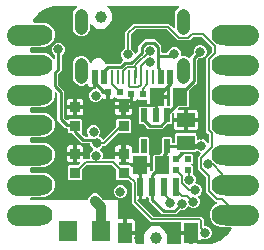
<source format=gbr>
G04 EAGLE Gerber RS-274X export*
G75*
%MOMM*%
%FSLAX34Y34*%
%LPD*%
%INTop Copper*%
%IPPOS*%
%AMOC8*
5,1,8,0,0,1.08239X$1,22.5*%
G01*
%ADD10C,1.000000*%
%ADD11R,1.240000X1.500000*%
%ADD12R,0.900000X0.900000*%
%ADD13R,0.575000X1.150000*%
%ADD14R,0.275000X1.150000*%
%ADD15C,1.108000*%
%ADD16R,0.600000X0.600000*%
%ADD17C,1.778000*%
%ADD18C,1.778000*%
%ADD19R,0.500000X1.550000*%
%ADD20R,1.200000X1.800000*%
%ADD21R,0.550000X1.200000*%
%ADD22R,0.500000X0.500000*%
%ADD23R,1.500000X1.240000*%
%ADD24R,1.600000X1.800000*%
%ADD25C,0.800100*%
%ADD26C,0.304800*%
%ADD27C,0.406400*%
%ADD28C,0.254000*%
%ADD29C,0.177800*%
%ADD30C,0.152400*%
%ADD31C,0.906400*%
%ADD32C,0.812800*%

G36*
X47855Y-4658D02*
X47855Y-4658D01*
X47862Y-4655D01*
X47867Y-4655D01*
X54064Y-2641D01*
X54302Y-2522D01*
X54307Y-2517D01*
X54312Y-2515D01*
X59873Y1526D01*
X60062Y1712D01*
X60066Y1719D01*
X60069Y1722D01*
X64110Y7283D01*
X64232Y7519D01*
X64234Y7526D01*
X64236Y7531D01*
X64423Y8108D01*
X64441Y8215D01*
X64465Y8321D01*
X64463Y8346D01*
X64467Y8370D01*
X64452Y8478D01*
X64443Y8586D01*
X64434Y8609D01*
X64431Y8633D01*
X64385Y8732D01*
X64344Y8833D01*
X64329Y8852D01*
X64318Y8874D01*
X64245Y8954D01*
X64177Y9039D01*
X64156Y9053D01*
X64140Y9071D01*
X64046Y9126D01*
X63956Y9186D01*
X63937Y9191D01*
X63911Y9206D01*
X63652Y9267D01*
X63606Y9264D01*
X63579Y9270D01*
X54443Y9270D01*
X50616Y10856D01*
X47686Y13786D01*
X46100Y17613D01*
X46100Y21757D01*
X47686Y25584D01*
X50616Y28514D01*
X51541Y28897D01*
X51620Y28945D01*
X51703Y28985D01*
X51733Y29013D01*
X51768Y29035D01*
X51830Y29104D01*
X51897Y29167D01*
X51918Y29202D01*
X51945Y29233D01*
X51983Y29317D01*
X52029Y29397D01*
X52038Y29438D01*
X52055Y29475D01*
X52067Y29567D01*
X52087Y29657D01*
X52084Y29698D01*
X52089Y29739D01*
X52073Y29830D01*
X52065Y29922D01*
X52050Y29960D01*
X52043Y30001D01*
X52001Y30083D01*
X51966Y30169D01*
X51940Y30201D01*
X51922Y30237D01*
X51857Y30303D01*
X51799Y30375D01*
X51764Y30398D01*
X51736Y30427D01*
X51655Y30471D01*
X51578Y30522D01*
X51547Y30529D01*
X51502Y30554D01*
X51254Y30603D01*
X44409Y37448D01*
X42735Y39122D01*
X42735Y50914D01*
X42732Y50934D01*
X42734Y50955D01*
X42712Y51066D01*
X42695Y51177D01*
X42686Y51195D01*
X42682Y51216D01*
X42657Y51255D01*
X42579Y51416D01*
X42502Y51498D01*
X42475Y51542D01*
X35686Y58330D01*
X35686Y60377D01*
X35711Y60410D01*
X35718Y60430D01*
X35729Y60448D01*
X35739Y60493D01*
X35798Y60661D01*
X35802Y60774D01*
X35813Y60825D01*
X35813Y68892D01*
X37413Y70492D01*
X38015Y71094D01*
X38021Y71102D01*
X38029Y71108D01*
X38049Y71136D01*
X38053Y71140D01*
X38058Y71150D01*
X38100Y71209D01*
X38172Y71308D01*
X38176Y71317D01*
X38182Y71326D01*
X38219Y71443D01*
X38260Y71559D01*
X38260Y71569D01*
X38263Y71579D01*
X38265Y71702D01*
X38269Y71824D01*
X38266Y71834D01*
X38266Y71845D01*
X38231Y71962D01*
X38199Y72081D01*
X38193Y72090D01*
X38190Y72100D01*
X38123Y72201D01*
X38056Y72305D01*
X38048Y72312D01*
X38042Y72321D01*
X38017Y72338D01*
X37854Y72477D01*
X37766Y72515D01*
X37726Y72542D01*
X35605Y73421D01*
X35434Y73592D01*
X35352Y73653D01*
X35273Y73719D01*
X35245Y73731D01*
X35220Y73750D01*
X35123Y73783D01*
X35029Y73824D01*
X34998Y73827D01*
X34969Y73837D01*
X34867Y73840D01*
X34765Y73851D01*
X34734Y73845D01*
X34704Y73846D01*
X34605Y73819D01*
X34504Y73799D01*
X34484Y73786D01*
X34447Y73776D01*
X34223Y73634D01*
X34198Y73605D01*
X34178Y73592D01*
X33786Y73199D01*
X21593Y73199D01*
X21559Y73194D01*
X21525Y73197D01*
X21428Y73174D01*
X21331Y73159D01*
X21300Y73144D01*
X21266Y73137D01*
X21180Y73087D01*
X21091Y73044D01*
X21066Y73020D01*
X21036Y73003D01*
X20969Y72930D01*
X20897Y72862D01*
X20880Y72832D01*
X20856Y72807D01*
X20814Y72717D01*
X20765Y72632D01*
X20758Y72598D01*
X20743Y72567D01*
X20729Y72469D01*
X20707Y72372D01*
X20710Y72338D01*
X20705Y72304D01*
X20721Y72206D01*
X20729Y72107D01*
X20742Y72075D01*
X20747Y72041D01*
X20791Y71952D01*
X20828Y71860D01*
X20850Y71834D01*
X20865Y71803D01*
X20903Y71767D01*
X20995Y71654D01*
X21110Y71577D01*
X21149Y71542D01*
X21412Y71390D01*
X21885Y70917D01*
X22174Y70417D01*
X22228Y70350D01*
X22273Y70277D01*
X22310Y70246D01*
X22340Y70209D01*
X22411Y70161D01*
X22476Y70105D01*
X22520Y70086D01*
X22560Y70060D01*
X22642Y70035D01*
X22721Y70001D01*
X22768Y69996D01*
X22814Y69982D01*
X22900Y69982D01*
X22985Y69973D01*
X23032Y69983D01*
X23080Y69983D01*
X23161Y70009D01*
X23246Y70026D01*
X23276Y70045D01*
X23333Y70063D01*
X23552Y70214D01*
X23562Y70227D01*
X23571Y70233D01*
X24220Y70882D01*
X30484Y70882D01*
X31377Y69989D01*
X31377Y63725D01*
X30636Y62985D01*
X30575Y62902D01*
X30509Y62824D01*
X30497Y62796D01*
X30479Y62771D01*
X30445Y62674D01*
X30405Y62580D01*
X30401Y62549D01*
X30391Y62520D01*
X30388Y62417D01*
X30377Y62315D01*
X30383Y62285D01*
X30382Y62254D01*
X30409Y62155D01*
X30429Y62055D01*
X30442Y62034D01*
X30452Y61998D01*
X30595Y61774D01*
X30624Y61749D01*
X30636Y61729D01*
X31377Y60989D01*
X31377Y55005D01*
X31380Y54984D01*
X31378Y54963D01*
X31400Y54853D01*
X31417Y54742D01*
X31426Y54723D01*
X31430Y54703D01*
X31454Y54664D01*
X31532Y54503D01*
X31609Y54420D01*
X31637Y54377D01*
X33259Y52755D01*
X34100Y50724D01*
X34100Y48526D01*
X33631Y47393D01*
X33629Y47383D01*
X33623Y47374D01*
X33597Y47255D01*
X33567Y47135D01*
X33568Y47125D01*
X33566Y47115D01*
X33576Y46992D01*
X33583Y46870D01*
X33586Y46860D01*
X33587Y46850D01*
X33633Y46735D01*
X33676Y46621D01*
X33682Y46613D01*
X33686Y46603D01*
X33764Y46507D01*
X33839Y46411D01*
X33847Y46405D01*
X33854Y46397D01*
X33956Y46328D01*
X34056Y46258D01*
X34066Y46255D01*
X34075Y46249D01*
X34105Y46242D01*
X34309Y46177D01*
X34405Y46176D01*
X34452Y46165D01*
X34754Y46165D01*
X36785Y45324D01*
X38339Y43770D01*
X39180Y41739D01*
X39180Y39541D01*
X38339Y37510D01*
X36785Y35956D01*
X36555Y35861D01*
X36546Y35855D01*
X36536Y35853D01*
X36432Y35787D01*
X36327Y35723D01*
X36320Y35716D01*
X36311Y35710D01*
X36232Y35617D01*
X36151Y35525D01*
X36146Y35515D01*
X36139Y35507D01*
X36091Y35394D01*
X36040Y35283D01*
X36039Y35273D01*
X36035Y35263D01*
X36022Y35141D01*
X36007Y35019D01*
X36009Y35009D01*
X36008Y34998D01*
X36032Y34878D01*
X36053Y34757D01*
X36058Y34748D01*
X36060Y34738D01*
X36076Y34711D01*
X36174Y34521D01*
X36241Y34453D01*
X36267Y34412D01*
X36662Y34017D01*
X37503Y31987D01*
X37503Y29788D01*
X36662Y27758D01*
X35107Y26203D01*
X33077Y25362D01*
X30878Y25362D01*
X28848Y26203D01*
X28453Y26598D01*
X28445Y26604D01*
X28438Y26613D01*
X28337Y26684D01*
X28239Y26756D01*
X28229Y26759D01*
X28220Y26765D01*
X28103Y26803D01*
X27988Y26843D01*
X27977Y26844D01*
X27967Y26847D01*
X27845Y26848D01*
X27722Y26852D01*
X27712Y26850D01*
X27702Y26850D01*
X27584Y26815D01*
X27466Y26783D01*
X27457Y26777D01*
X27447Y26774D01*
X27345Y26706D01*
X27242Y26640D01*
X27235Y26632D01*
X27226Y26626D01*
X27208Y26600D01*
X27069Y26437D01*
X27032Y26349D01*
X27004Y26310D01*
X26909Y26080D01*
X25355Y24526D01*
X23324Y23685D01*
X21020Y23685D01*
X20999Y23682D01*
X20978Y23684D01*
X20868Y23662D01*
X20757Y23645D01*
X20738Y23636D01*
X20718Y23632D01*
X20679Y23607D01*
X20518Y23529D01*
X20435Y23452D01*
X20392Y23425D01*
X17033Y20065D01*
X5827Y20065D01*
X-3738Y29631D01*
X-5636Y31528D01*
X-5636Y33321D01*
X-5639Y33342D01*
X-5637Y33363D01*
X-5659Y33473D01*
X-5676Y33584D01*
X-5685Y33603D01*
X-5689Y33624D01*
X-5713Y33662D01*
X-5791Y33824D01*
X-5868Y33906D01*
X-5896Y33950D01*
X-6622Y34675D01*
X-6691Y34726D01*
X-6754Y34784D01*
X-6797Y34805D01*
X-6836Y34833D01*
X-6917Y34861D01*
X-6994Y34898D01*
X-7041Y34905D01*
X-7087Y34920D01*
X-7172Y34923D01*
X-7257Y34935D01*
X-7304Y34928D01*
X-7352Y34930D01*
X-7435Y34907D01*
X-7520Y34894D01*
X-7563Y34872D01*
X-7609Y34860D01*
X-7681Y34814D01*
X-7758Y34776D01*
X-7782Y34750D01*
X-7833Y34717D01*
X-8005Y34514D01*
X-8012Y34499D01*
X-8019Y34491D01*
X-8308Y33991D01*
X-8781Y33518D01*
X-9360Y33183D01*
X-10006Y33010D01*
X-11592Y33010D01*
X-11592Y42940D01*
X-11607Y43041D01*
X-11615Y43144D01*
X-11627Y43172D01*
X-11631Y43203D01*
X-11674Y43291D01*
X-11670Y43309D01*
X-11652Y43342D01*
X-11594Y43601D01*
X-11597Y43639D01*
X-11592Y43662D01*
X-11592Y50793D01*
X-11607Y50895D01*
X-11615Y50997D01*
X-11627Y51025D01*
X-11631Y51056D01*
X-11676Y51148D01*
X-11714Y51244D01*
X-11734Y51267D01*
X-11747Y51295D01*
X-11787Y51338D01*
X-11787Y59945D01*
X-4823Y59945D01*
X-4823Y57560D01*
X-4816Y57509D01*
X-4817Y57457D01*
X-4796Y57378D01*
X-4783Y57297D01*
X-4761Y57250D01*
X-4747Y57200D01*
X-4703Y57131D01*
X-4668Y57057D01*
X-4633Y57020D01*
X-4605Y56976D01*
X-4542Y56923D01*
X-4486Y56863D01*
X-4442Y56837D01*
X-4402Y56804D01*
X-4327Y56772D01*
X-4256Y56731D01*
X-4205Y56720D01*
X-4158Y56700D01*
X-4076Y56691D01*
X-3996Y56673D01*
X-3945Y56678D01*
X-3893Y56672D01*
X-3813Y56688D01*
X-3731Y56695D01*
X-3683Y56714D01*
X-3633Y56724D01*
X-3589Y56752D01*
X-3485Y56794D01*
X-3346Y56907D01*
X-3307Y56931D01*
X-2549Y57689D01*
X-2536Y57706D01*
X-2520Y57720D01*
X-2458Y57813D01*
X-2391Y57903D01*
X-2384Y57923D01*
X-2373Y57941D01*
X-2363Y57985D01*
X-2304Y58154D01*
X-2300Y58265D01*
X-2291Y58306D01*
X-2291Y58308D01*
X-2289Y58318D01*
X-2289Y69854D01*
X-1396Y70747D01*
X3329Y70747D01*
X3350Y70750D01*
X3371Y70748D01*
X3482Y70770D01*
X3592Y70787D01*
X3611Y70796D01*
X3632Y70800D01*
X3670Y70824D01*
X3832Y70902D01*
X3914Y70979D01*
X3958Y71007D01*
X4119Y71168D01*
X4137Y71193D01*
X4153Y71204D01*
X4999Y72148D01*
X5069Y72255D01*
X5141Y72364D01*
X5142Y72367D01*
X5144Y72370D01*
X5218Y72626D01*
X5216Y72700D01*
X5225Y72741D01*
X5225Y84690D01*
X6118Y85583D01*
X12882Y85583D01*
X13775Y84690D01*
X13775Y81741D01*
X13790Y81639D01*
X13798Y81537D01*
X13810Y81509D01*
X13815Y81478D01*
X13859Y81386D01*
X13897Y81290D01*
X13917Y81267D01*
X13930Y81239D01*
X14000Y81164D01*
X14065Y81084D01*
X14091Y81067D01*
X14112Y81045D01*
X14201Y80994D01*
X14286Y80937D01*
X14310Y80931D01*
X14342Y80913D01*
X14602Y80855D01*
X14640Y80858D01*
X14663Y80853D01*
X15741Y80853D01*
X15843Y80868D01*
X15945Y80876D01*
X15973Y80888D01*
X16004Y80893D01*
X16096Y80937D01*
X16192Y80975D01*
X16215Y80995D01*
X16243Y81008D01*
X16318Y81078D01*
X16398Y81143D01*
X16415Y81169D01*
X16437Y81190D01*
X16488Y81279D01*
X16545Y81364D01*
X16551Y81388D01*
X16569Y81420D01*
X16627Y81680D01*
X16624Y81718D01*
X16629Y81741D01*
X16629Y87756D01*
X17522Y88649D01*
X33786Y88649D01*
X34679Y87756D01*
X34679Y83735D01*
X34680Y83724D01*
X34679Y83714D01*
X34700Y83593D01*
X34719Y83472D01*
X34723Y83462D01*
X34725Y83452D01*
X34781Y83343D01*
X34834Y83233D01*
X34841Y83225D01*
X34846Y83215D01*
X34932Y83128D01*
X35016Y83038D01*
X35025Y83033D01*
X35032Y83025D01*
X35140Y82967D01*
X35246Y82906D01*
X35257Y82904D01*
X35266Y82899D01*
X35386Y82875D01*
X35506Y82848D01*
X35516Y82849D01*
X35527Y82847D01*
X35557Y82853D01*
X35771Y82870D01*
X35859Y82906D01*
X35907Y82914D01*
X37636Y83630D01*
X39834Y83630D01*
X41865Y82789D01*
X43419Y81235D01*
X43502Y81034D01*
X43550Y80955D01*
X43590Y80871D01*
X43618Y80841D01*
X43640Y80806D01*
X43709Y80745D01*
X43772Y80677D01*
X43807Y80657D01*
X43838Y80629D01*
X43922Y80591D01*
X44002Y80545D01*
X44043Y80536D01*
X44080Y80519D01*
X44172Y80507D01*
X44262Y80487D01*
X44303Y80491D01*
X44344Y80486D01*
X44435Y80501D01*
X44527Y80509D01*
X44565Y80524D01*
X44606Y80531D01*
X44688Y80574D01*
X44774Y80608D01*
X44806Y80634D01*
X44842Y80653D01*
X44908Y80717D01*
X44980Y80776D01*
X45003Y80810D01*
X45032Y80839D01*
X45076Y80920D01*
X45127Y80997D01*
X45134Y81027D01*
X45159Y81072D01*
X45210Y81333D01*
X45207Y81353D01*
X45211Y81374D01*
X45211Y87422D01*
X45208Y87443D01*
X45210Y87464D01*
X45188Y87574D01*
X45171Y87685D01*
X45162Y87704D01*
X45158Y87725D01*
X45134Y87763D01*
X45056Y87925D01*
X44979Y88007D01*
X44951Y88050D01*
X44472Y88529D01*
X42798Y90203D01*
X42798Y152367D01*
X47491Y157060D01*
X47504Y157076D01*
X47520Y157090D01*
X47582Y157183D01*
X47649Y157273D01*
X47656Y157293D01*
X47667Y157311D01*
X47677Y157355D01*
X47736Y157525D01*
X47740Y157637D01*
X47751Y157688D01*
X47751Y161082D01*
X47748Y161103D01*
X47750Y161124D01*
X47728Y161234D01*
X47711Y161345D01*
X47702Y161364D01*
X47698Y161385D01*
X47674Y161423D01*
X47596Y161585D01*
X47519Y161667D01*
X47491Y161710D01*
X42730Y166472D01*
X42721Y166486D01*
X42643Y166647D01*
X42566Y166730D01*
X42538Y166773D01*
X39396Y169915D01*
X39380Y169927D01*
X39366Y169944D01*
X39273Y170006D01*
X39183Y170073D01*
X39163Y170080D01*
X39145Y170091D01*
X39101Y170101D01*
X38931Y170160D01*
X38819Y170164D01*
X38768Y170175D01*
X31979Y170175D01*
X31958Y170172D01*
X31937Y170174D01*
X31827Y170152D01*
X31716Y170135D01*
X31697Y170126D01*
X31677Y170122D01*
X31638Y170098D01*
X31477Y170020D01*
X31394Y169943D01*
X31351Y169915D01*
X28885Y167449D01*
X19003Y167449D01*
X10055Y176396D01*
X10038Y176409D01*
X10025Y176425D01*
X9932Y176487D01*
X9841Y176554D01*
X9822Y176561D01*
X9804Y176572D01*
X9760Y176582D01*
X9590Y176641D01*
X9478Y176645D01*
X9427Y176656D01*
X-16448Y176656D01*
X-16468Y176653D01*
X-16489Y176655D01*
X-16600Y176633D01*
X-16710Y176616D01*
X-16729Y176607D01*
X-16750Y176603D01*
X-16788Y176579D01*
X-16950Y176501D01*
X-17032Y176424D01*
X-17076Y176396D01*
X-20856Y172615D01*
X-20869Y172598D01*
X-20885Y172585D01*
X-20948Y172492D01*
X-21014Y172401D01*
X-21021Y172382D01*
X-21033Y172364D01*
X-21043Y172320D01*
X-21101Y172150D01*
X-21105Y172038D01*
X-21117Y171987D01*
X-21117Y161149D01*
X-21107Y161088D01*
X-21108Y161026D01*
X-21087Y160957D01*
X-21077Y160886D01*
X-21050Y160831D01*
X-21032Y160771D01*
X-20992Y160712D01*
X-20961Y160647D01*
X-20919Y160602D01*
X-20884Y160550D01*
X-20845Y160523D01*
X-20780Y160453D01*
X-20594Y160347D01*
X-20568Y160329D01*
X-20400Y160259D01*
X-18846Y158705D01*
X-18019Y156709D01*
X-18014Y156700D01*
X-18011Y156689D01*
X-17945Y156586D01*
X-17882Y156481D01*
X-17874Y156474D01*
X-17868Y156465D01*
X-17775Y156385D01*
X-17683Y156304D01*
X-17674Y156300D01*
X-17666Y156293D01*
X-17553Y156245D01*
X-17442Y156194D01*
X-17431Y156193D01*
X-17421Y156189D01*
X-17299Y156176D01*
X-17178Y156160D01*
X-17168Y156162D01*
X-17157Y156161D01*
X-17036Y156185D01*
X-16916Y156206D01*
X-16907Y156211D01*
X-16896Y156213D01*
X-16870Y156230D01*
X-16680Y156328D01*
X-16611Y156394D01*
X-16571Y156420D01*
X-14929Y158062D01*
X-14917Y158078D01*
X-14901Y158092D01*
X-14838Y158185D01*
X-14772Y158275D01*
X-14765Y158295D01*
X-14753Y158313D01*
X-14743Y158357D01*
X-14684Y158527D01*
X-14681Y158637D01*
X-14671Y158679D01*
X-14671Y158680D01*
X-14669Y158690D01*
X-14669Y162722D01*
X-9052Y168339D01*
X-366Y168339D01*
X3052Y164920D01*
X3053Y164920D01*
X4950Y163023D01*
X4950Y157988D01*
X4965Y157886D01*
X4973Y157784D01*
X4985Y157756D01*
X4990Y157725D01*
X5034Y157633D01*
X5072Y157537D01*
X5092Y157514D01*
X5105Y157486D01*
X5175Y157411D01*
X5240Y157331D01*
X5266Y157314D01*
X5287Y157292D01*
X5376Y157241D01*
X5461Y157184D01*
X5485Y157178D01*
X5517Y157160D01*
X5777Y157102D01*
X5815Y157105D01*
X5838Y157100D01*
X9733Y157100D01*
X9794Y157109D01*
X9856Y157108D01*
X9925Y157129D01*
X9996Y157140D01*
X10052Y157167D01*
X10111Y157184D01*
X10171Y157224D01*
X10235Y157255D01*
X10281Y157298D01*
X10332Y157332D01*
X10360Y157371D01*
X10430Y157437D01*
X10536Y157623D01*
X10554Y157648D01*
X11254Y159340D01*
X12809Y160894D01*
X14839Y161735D01*
X17038Y161735D01*
X19068Y160894D01*
X20623Y159340D01*
X21464Y157309D01*
X21464Y155243D01*
X21479Y155141D01*
X21487Y155039D01*
X21499Y155011D01*
X21504Y154980D01*
X21548Y154888D01*
X21586Y154792D01*
X21606Y154769D01*
X21619Y154741D01*
X21689Y154666D01*
X21754Y154586D01*
X21780Y154569D01*
X21801Y154547D01*
X21890Y154496D01*
X21975Y154439D01*
X21999Y154433D01*
X22031Y154415D01*
X22291Y154357D01*
X22329Y154360D01*
X22352Y154355D01*
X24920Y154355D01*
X27517Y153279D01*
X27820Y152976D01*
X27861Y152945D01*
X27897Y152908D01*
X27968Y152867D01*
X28034Y152818D01*
X28083Y152801D01*
X28127Y152776D01*
X28207Y152758D01*
X28285Y152731D01*
X28337Y152729D01*
X28387Y152718D01*
X28469Y152725D01*
X28551Y152722D01*
X28600Y152735D01*
X28652Y152740D01*
X28728Y152770D01*
X28807Y152792D01*
X28851Y152819D01*
X28899Y152839D01*
X28962Y152890D01*
X29031Y152934D01*
X29065Y152974D01*
X29105Y153006D01*
X29150Y153075D01*
X29203Y153137D01*
X29214Y153161D01*
X31969Y155916D01*
X31982Y155933D01*
X31998Y155947D01*
X32060Y156040D01*
X32127Y156130D01*
X32134Y156150D01*
X32145Y156168D01*
X32155Y156212D01*
X32214Y156381D01*
X32218Y156494D01*
X32229Y156545D01*
X32229Y158849D01*
X33070Y160879D01*
X34625Y162434D01*
X36655Y163275D01*
X38854Y163275D01*
X40884Y162434D01*
X42439Y160879D01*
X43280Y158849D01*
X43280Y156650D01*
X42439Y154620D01*
X40884Y153065D01*
X38854Y152224D01*
X36550Y152224D01*
X36529Y152221D01*
X36508Y152223D01*
X36398Y152201D01*
X36287Y152184D01*
X36268Y152175D01*
X36247Y152171D01*
X36209Y152147D01*
X36047Y152069D01*
X35965Y151992D01*
X35921Y151964D01*
X35186Y151229D01*
X35173Y151212D01*
X35157Y151198D01*
X35095Y151105D01*
X35028Y151015D01*
X35021Y150995D01*
X35010Y150977D01*
X35000Y150933D01*
X34941Y150764D01*
X34937Y150651D01*
X34926Y150600D01*
X34926Y131684D01*
X33028Y129787D01*
X28280Y125039D01*
X28267Y125022D01*
X28251Y125008D01*
X28189Y124915D01*
X28122Y124825D01*
X28115Y124805D01*
X28104Y124787D01*
X28094Y124743D01*
X28035Y124574D01*
X28031Y124461D01*
X28020Y124410D01*
X28020Y111629D01*
X27127Y110736D01*
X19807Y110736D01*
X19786Y110733D01*
X19765Y110735D01*
X19654Y110713D01*
X19544Y110696D01*
X19525Y110687D01*
X19504Y110683D01*
X19466Y110659D01*
X19304Y110581D01*
X19222Y110504D01*
X19178Y110476D01*
X18883Y110181D01*
X18853Y110140D01*
X18815Y110104D01*
X18774Y110033D01*
X18726Y109967D01*
X18709Y109918D01*
X18683Y109874D01*
X18665Y109794D01*
X18638Y109716D01*
X18637Y109664D01*
X18625Y109614D01*
X18632Y109532D01*
X18629Y109450D01*
X18643Y109401D01*
X18647Y109349D01*
X18677Y109273D01*
X18699Y109194D01*
X18727Y109150D01*
X18746Y109102D01*
X18798Y109039D01*
X18842Y108970D01*
X18881Y108936D01*
X18914Y108896D01*
X18982Y108851D01*
X19044Y108798D01*
X19092Y108777D01*
X19135Y108749D01*
X19185Y108737D01*
X19289Y108693D01*
X19467Y108675D01*
X19511Y108665D01*
X23877Y108665D01*
X23877Y101701D01*
X15613Y101701D01*
X15613Y104767D01*
X15606Y104817D01*
X15607Y104869D01*
X15586Y104948D01*
X15573Y105029D01*
X15551Y105076D01*
X15537Y105126D01*
X15493Y105195D01*
X15458Y105269D01*
X15423Y105306D01*
X15395Y105350D01*
X15332Y105403D01*
X15276Y105463D01*
X15232Y105489D01*
X15192Y105522D01*
X15117Y105554D01*
X15046Y105595D01*
X14995Y105606D01*
X14948Y105626D01*
X14866Y105635D01*
X14786Y105653D01*
X14735Y105648D01*
X14683Y105654D01*
X14603Y105638D01*
X14521Y105631D01*
X14473Y105612D01*
X14423Y105602D01*
X14379Y105574D01*
X14274Y105532D01*
X14135Y105419D01*
X14097Y105395D01*
X14035Y105333D01*
X14022Y105316D01*
X14006Y105302D01*
X13944Y105209D01*
X13877Y105119D01*
X13870Y105099D01*
X13859Y105081D01*
X13849Y105037D01*
X13790Y104868D01*
X13786Y104755D01*
X13775Y104704D01*
X13775Y97428D01*
X12882Y96535D01*
X9924Y96535D01*
X9903Y96532D01*
X9882Y96534D01*
X9772Y96512D01*
X9661Y96495D01*
X9642Y96486D01*
X9621Y96482D01*
X9583Y96458D01*
X9421Y96380D01*
X9339Y96303D01*
X9295Y96275D01*
X5476Y92455D01*
X-6213Y92455D01*
X-8110Y94353D01*
X-10032Y96275D01*
X-10049Y96288D01*
X-10063Y96304D01*
X-10156Y96366D01*
X-10246Y96433D01*
X-10266Y96440D01*
X-10284Y96451D01*
X-10328Y96461D01*
X-10497Y96520D01*
X-10610Y96524D01*
X-10661Y96535D01*
X-12882Y96535D01*
X-13775Y97428D01*
X-13775Y110692D01*
X-12882Y111585D01*
X-8334Y111585D01*
X-8232Y111600D01*
X-8130Y111608D01*
X-8102Y111620D01*
X-8071Y111625D01*
X-7979Y111669D01*
X-7883Y111707D01*
X-7860Y111727D01*
X-7832Y111740D01*
X-7757Y111810D01*
X-7677Y111875D01*
X-7660Y111901D01*
X-7638Y111922D01*
X-7587Y112011D01*
X-7530Y112096D01*
X-7524Y112120D01*
X-7506Y112152D01*
X-7448Y112412D01*
X-7451Y112450D01*
X-7446Y112473D01*
X-7446Y116253D01*
X-7461Y116355D01*
X-7469Y116457D01*
X-7481Y116485D01*
X-7486Y116516D01*
X-7530Y116608D01*
X-7568Y116704D01*
X-7588Y116727D01*
X-7601Y116755D01*
X-7671Y116830D01*
X-7736Y116910D01*
X-7762Y116927D01*
X-7783Y116949D01*
X-7872Y117000D01*
X-7957Y117057D01*
X-7981Y117063D01*
X-8013Y117081D01*
X-8273Y117139D01*
X-8311Y117136D01*
X-8334Y117141D01*
X-14427Y117141D01*
X-14543Y117258D01*
X-14612Y117309D01*
X-14675Y117367D01*
X-14719Y117387D01*
X-14757Y117416D01*
X-14838Y117444D01*
X-14916Y117480D01*
X-14963Y117487D01*
X-15008Y117503D01*
X-15094Y117506D01*
X-15179Y117518D01*
X-15226Y117510D01*
X-15274Y117512D01*
X-15357Y117489D01*
X-15441Y117476D01*
X-15484Y117455D01*
X-15530Y117442D01*
X-15602Y117396D01*
X-15679Y117358D01*
X-15703Y117332D01*
X-15755Y117300D01*
X-15903Y117125D01*
X-16395Y116633D01*
X-16974Y116298D01*
X-17620Y116125D01*
X-19196Y116125D01*
X-19298Y116110D01*
X-19400Y116102D01*
X-19428Y116090D01*
X-19459Y116085D01*
X-19551Y116041D01*
X-19647Y116003D01*
X-19670Y115983D01*
X-19698Y115970D01*
X-19773Y115900D01*
X-19853Y115835D01*
X-19870Y115809D01*
X-19892Y115788D01*
X-19943Y115699D01*
X-20000Y115614D01*
X-20006Y115590D01*
X-20024Y115558D01*
X-20082Y115298D01*
X-20081Y115282D01*
X-20082Y115277D01*
X-20080Y115255D01*
X-20084Y115237D01*
X-20084Y112647D01*
X-26236Y112647D01*
X-26337Y112632D01*
X-26440Y112623D01*
X-26468Y112612D01*
X-26499Y112607D01*
X-26591Y112563D01*
X-26686Y112524D01*
X-26710Y112505D01*
X-26738Y112492D01*
X-26813Y112422D01*
X-26893Y112357D01*
X-26910Y112331D01*
X-26932Y112310D01*
X-26983Y112221D01*
X-27040Y112136D01*
X-27045Y112112D01*
X-27064Y112079D01*
X-27122Y111820D01*
X-27119Y111782D01*
X-27124Y111759D01*
X-27124Y110869D01*
X-27126Y110869D01*
X-27126Y111759D01*
X-27141Y111860D01*
X-27150Y111963D01*
X-27161Y111991D01*
X-27166Y112022D01*
X-27210Y112114D01*
X-27249Y112209D01*
X-27268Y112233D01*
X-27281Y112261D01*
X-27351Y112336D01*
X-27416Y112416D01*
X-27442Y112433D01*
X-27463Y112455D01*
X-27552Y112506D01*
X-27637Y112563D01*
X-27661Y112568D01*
X-27694Y112587D01*
X-27953Y112645D01*
X-27991Y112642D01*
X-28014Y112647D01*
X-34166Y112647D01*
X-34166Y115705D01*
X-33993Y116351D01*
X-33658Y116930D01*
X-33185Y117403D01*
X-33155Y117444D01*
X-33117Y117480D01*
X-33076Y117551D01*
X-33027Y117617D01*
X-33010Y117666D01*
X-32985Y117710D01*
X-32967Y117790D01*
X-32940Y117868D01*
X-32938Y117920D01*
X-32927Y117970D01*
X-32934Y118052D01*
X-32931Y118134D01*
X-32945Y118183D01*
X-32949Y118235D01*
X-32979Y118311D01*
X-33001Y118390D01*
X-33028Y118434D01*
X-33048Y118482D01*
X-33100Y118545D01*
X-33143Y118614D01*
X-33183Y118648D01*
X-33215Y118688D01*
X-33284Y118733D01*
X-33346Y118786D01*
X-33393Y118807D01*
X-33436Y118835D01*
X-33487Y118847D01*
X-33591Y118891D01*
X-33769Y118909D01*
X-33813Y118919D01*
X-34112Y118919D01*
X-34228Y119036D01*
X-34297Y119087D01*
X-34360Y119145D01*
X-34404Y119165D01*
X-34442Y119194D01*
X-34523Y119222D01*
X-34601Y119258D01*
X-34648Y119265D01*
X-34693Y119281D01*
X-34779Y119284D01*
X-34864Y119296D01*
X-34911Y119288D01*
X-34959Y119290D01*
X-35042Y119267D01*
X-35126Y119254D01*
X-35169Y119233D01*
X-35215Y119220D01*
X-35287Y119174D01*
X-35364Y119136D01*
X-35388Y119110D01*
X-35440Y119078D01*
X-35588Y118903D01*
X-36080Y118411D01*
X-36659Y118076D01*
X-37305Y117903D01*
X-39141Y117903D01*
X-39141Y122833D01*
X-39156Y122934D01*
X-39164Y123037D01*
X-39176Y123065D01*
X-39180Y123096D01*
X-39225Y123188D01*
X-39263Y123283D01*
X-39283Y123307D01*
X-39296Y123335D01*
X-39366Y123410D01*
X-39431Y123490D01*
X-39457Y123507D01*
X-39478Y123529D01*
X-39567Y123580D01*
X-39652Y123637D01*
X-39676Y123642D01*
X-39708Y123661D01*
X-39968Y123719D01*
X-40006Y123716D01*
X-40029Y123721D01*
X-40363Y123721D01*
X-40363Y124055D01*
X-40378Y124157D01*
X-40387Y124259D01*
X-40398Y124287D01*
X-40403Y124318D01*
X-40447Y124410D01*
X-40486Y124506D01*
X-40505Y124529D01*
X-40518Y124557D01*
X-40589Y124632D01*
X-40653Y124712D01*
X-40679Y124729D01*
X-40700Y124751D01*
X-40789Y124802D01*
X-40874Y124859D01*
X-40898Y124865D01*
X-40931Y124883D01*
X-41190Y124941D01*
X-41228Y124938D01*
X-41251Y124943D01*
X-45269Y124943D01*
X-45279Y124942D01*
X-45289Y124943D01*
X-45410Y124922D01*
X-45531Y124903D01*
X-45541Y124899D01*
X-45551Y124897D01*
X-45660Y124841D01*
X-45771Y124788D01*
X-45778Y124781D01*
X-45788Y124776D01*
X-45875Y124690D01*
X-45965Y124606D01*
X-45970Y124597D01*
X-45978Y124590D01*
X-46036Y124482D01*
X-46097Y124376D01*
X-46099Y124365D01*
X-46104Y124356D01*
X-46128Y124236D01*
X-46155Y124116D01*
X-46154Y124106D01*
X-46156Y124095D01*
X-46150Y124065D01*
X-46133Y123851D01*
X-46097Y123763D01*
X-46089Y123715D01*
X-45583Y122493D01*
X-45551Y122440D01*
X-45528Y122382D01*
X-45483Y122327D01*
X-45446Y122265D01*
X-45399Y122224D01*
X-45360Y122176D01*
X-45301Y122136D01*
X-45247Y122089D01*
X-45191Y122063D01*
X-45139Y122029D01*
X-45092Y122018D01*
X-45005Y121979D01*
X-44793Y121951D01*
X-44762Y121945D01*
X-42139Y121945D01*
X-42139Y117903D01*
X-43975Y117903D01*
X-44621Y118076D01*
X-44764Y118159D01*
X-44790Y118169D01*
X-44813Y118185D01*
X-44914Y118218D01*
X-45012Y118256D01*
X-45039Y118258D01*
X-45066Y118267D01*
X-45172Y118268D01*
X-45277Y118276D01*
X-45304Y118269D01*
X-45332Y118270D01*
X-45433Y118240D01*
X-45536Y118216D01*
X-45560Y118202D01*
X-45587Y118194D01*
X-45674Y118135D01*
X-45765Y118082D01*
X-45784Y118061D01*
X-45807Y118046D01*
X-45836Y118005D01*
X-45945Y117886D01*
X-45999Y117773D01*
X-46029Y117730D01*
X-46116Y117520D01*
X-47670Y115966D01*
X-49701Y115125D01*
X-51899Y115125D01*
X-53930Y115966D01*
X-55484Y117520D01*
X-56325Y119551D01*
X-56325Y121749D01*
X-55484Y123780D01*
X-53930Y125334D01*
X-52321Y126000D01*
X-52242Y126048D01*
X-52159Y126088D01*
X-52129Y126116D01*
X-52111Y126127D01*
X-52030Y126134D01*
X-51941Y126169D01*
X-51907Y126175D01*
X-51136Y126175D01*
X-51035Y126191D01*
X-50933Y126199D01*
X-50904Y126210D01*
X-50874Y126215D01*
X-50781Y126260D01*
X-50686Y126298D01*
X-50662Y126317D01*
X-50634Y126331D01*
X-50559Y126401D01*
X-50480Y126466D01*
X-50462Y126491D01*
X-50440Y126512D01*
X-50389Y126601D01*
X-50332Y126687D01*
X-50327Y126710D01*
X-50308Y126743D01*
X-50250Y127002D01*
X-50253Y127040D01*
X-50248Y127063D01*
X-50248Y135451D01*
X-50264Y135553D01*
X-50272Y135655D01*
X-50283Y135684D01*
X-50288Y135714D01*
X-50333Y135806D01*
X-50371Y135902D01*
X-50390Y135926D01*
X-50404Y135953D01*
X-50474Y136028D01*
X-50539Y136108D01*
X-50564Y136125D01*
X-50585Y136148D01*
X-50674Y136199D01*
X-50760Y136256D01*
X-50783Y136261D01*
X-50816Y136280D01*
X-51075Y136337D01*
X-51113Y136334D01*
X-51136Y136340D01*
X-52234Y136340D01*
X-52335Y136324D01*
X-52437Y136316D01*
X-52466Y136304D01*
X-52496Y136300D01*
X-52589Y136255D01*
X-52684Y136217D01*
X-52708Y136197D01*
X-52736Y136184D01*
X-52811Y136114D01*
X-52890Y136049D01*
X-52907Y136024D01*
X-52930Y136003D01*
X-52981Y135914D01*
X-53038Y135828D01*
X-53043Y135805D01*
X-53062Y135772D01*
X-53120Y135512D01*
X-53117Y135475D01*
X-53122Y135451D01*
X-53122Y127709D01*
X-54895Y127709D01*
X-55541Y127882D01*
X-56120Y128217D01*
X-56593Y128690D01*
X-56928Y129269D01*
X-57107Y129940D01*
X-57107Y129961D01*
X-57128Y130041D01*
X-57141Y130122D01*
X-57163Y130168D01*
X-57177Y130218D01*
X-57221Y130287D01*
X-57256Y130361D01*
X-57292Y130399D01*
X-57319Y130442D01*
X-57382Y130495D01*
X-57438Y130555D01*
X-57483Y130581D01*
X-57522Y130614D01*
X-57597Y130646D01*
X-57668Y130687D01*
X-57719Y130698D01*
X-57766Y130719D01*
X-57848Y130727D01*
X-57928Y130745D01*
X-57979Y130741D01*
X-58031Y130746D01*
X-58111Y130730D01*
X-58193Y130723D01*
X-58241Y130704D01*
X-58291Y130694D01*
X-58335Y130666D01*
X-58440Y130624D01*
X-58579Y130511D01*
X-58617Y130487D01*
X-58883Y130221D01*
X-61480Y129145D01*
X-64290Y129145D01*
X-66887Y130221D01*
X-68874Y132208D01*
X-69950Y134805D01*
X-69950Y148695D01*
X-68874Y151292D01*
X-66887Y153279D01*
X-64290Y154355D01*
X-61480Y154355D01*
X-58883Y153279D01*
X-56896Y151292D01*
X-55754Y148536D01*
X-55728Y148492D01*
X-55710Y148443D01*
X-55659Y148379D01*
X-55617Y148308D01*
X-55578Y148274D01*
X-55547Y148233D01*
X-55480Y148186D01*
X-55418Y148132D01*
X-55372Y148110D01*
X-55329Y148081D01*
X-55251Y148055D01*
X-55177Y148022D01*
X-55125Y148015D01*
X-55076Y147999D01*
X-54994Y147998D01*
X-54913Y147988D01*
X-54862Y147997D01*
X-54810Y147996D01*
X-54732Y148020D01*
X-54651Y148034D01*
X-54605Y148057D01*
X-54556Y148072D01*
X-54487Y148118D01*
X-54415Y148155D01*
X-54378Y148191D01*
X-54335Y148220D01*
X-54305Y148262D01*
X-54224Y148341D01*
X-54139Y148499D01*
X-54113Y148536D01*
X-53494Y150030D01*
X-51865Y151659D01*
X-49737Y152541D01*
X-47433Y152541D01*
X-45305Y151659D01*
X-43676Y150030D01*
X-42886Y148123D01*
X-42854Y148070D01*
X-42831Y148012D01*
X-42786Y147957D01*
X-42749Y147895D01*
X-42702Y147854D01*
X-42663Y147806D01*
X-42603Y147766D01*
X-42550Y147719D01*
X-42494Y147693D01*
X-42442Y147659D01*
X-42395Y147648D01*
X-42308Y147609D01*
X-42096Y147582D01*
X-42065Y147575D01*
X-30744Y147575D01*
X-30723Y147578D01*
X-30702Y147576D01*
X-30592Y147598D01*
X-30481Y147615D01*
X-30462Y147624D01*
X-30442Y147628D01*
X-30403Y147652D01*
X-30242Y147730D01*
X-30160Y147807D01*
X-30116Y147835D01*
X-28590Y149360D01*
X-27488Y150463D01*
X-27427Y150545D01*
X-27361Y150624D01*
X-27349Y150652D01*
X-27330Y150677D01*
X-27297Y150774D01*
X-27256Y150868D01*
X-27253Y150899D01*
X-27243Y150928D01*
X-27239Y151030D01*
X-27229Y151133D01*
X-27235Y151163D01*
X-27234Y151193D01*
X-27261Y151292D01*
X-27281Y151393D01*
X-27294Y151413D01*
X-27304Y151450D01*
X-27446Y151674D01*
X-27475Y151699D01*
X-27488Y151719D01*
X-28214Y152445D01*
X-29055Y154476D01*
X-29055Y156674D01*
X-28214Y158705D01*
X-26660Y160259D01*
X-26492Y160329D01*
X-26439Y160361D01*
X-26382Y160384D01*
X-26326Y160429D01*
X-26265Y160466D01*
X-26224Y160512D01*
X-26175Y160551D01*
X-26136Y160611D01*
X-26088Y160664D01*
X-26062Y160721D01*
X-26028Y160772D01*
X-26017Y160819D01*
X-25978Y160906D01*
X-25951Y161119D01*
X-25944Y161149D01*
X-25944Y174355D01*
X-18815Y181484D01*
X11795Y181484D01*
X13469Y179810D01*
X14934Y178345D01*
X14975Y178314D01*
X15011Y178276D01*
X15082Y178236D01*
X15148Y178187D01*
X15197Y178170D01*
X15241Y178144D01*
X15321Y178126D01*
X15399Y178100D01*
X15451Y178098D01*
X15501Y178087D01*
X15583Y178093D01*
X15665Y178090D01*
X15714Y178104D01*
X15766Y178108D01*
X15842Y178139D01*
X15921Y178160D01*
X15965Y178188D01*
X16013Y178207D01*
X16076Y178259D01*
X16145Y178303D01*
X16179Y178342D01*
X16219Y178375D01*
X16264Y178443D01*
X16317Y178505D01*
X16338Y178553D01*
X16366Y178596D01*
X16378Y178646D01*
X16422Y178750D01*
X16440Y178928D01*
X16450Y178973D01*
X16450Y190495D01*
X17526Y193092D01*
X19513Y195079D01*
X19661Y195140D01*
X19740Y195188D01*
X19823Y195228D01*
X19853Y195256D01*
X19888Y195278D01*
X19950Y195347D01*
X20017Y195410D01*
X20038Y195445D01*
X20065Y195476D01*
X20104Y195560D01*
X20149Y195640D01*
X20158Y195681D01*
X20175Y195718D01*
X20187Y195810D01*
X20207Y195900D01*
X20204Y195941D01*
X20209Y195982D01*
X20193Y196073D01*
X20186Y196165D01*
X20170Y196203D01*
X20163Y196244D01*
X20121Y196326D01*
X20087Y196412D01*
X20061Y196444D01*
X20042Y196480D01*
X19977Y196546D01*
X19919Y196618D01*
X19885Y196641D01*
X19856Y196670D01*
X19775Y196714D01*
X19698Y196765D01*
X19667Y196772D01*
X19622Y196797D01*
X19361Y196848D01*
X19341Y196845D01*
X19321Y196849D01*
X-39963Y196849D01*
X-39997Y196844D01*
X-40032Y196847D01*
X-40128Y196824D01*
X-40226Y196809D01*
X-40257Y196794D01*
X-40291Y196787D01*
X-40376Y196737D01*
X-40465Y196694D01*
X-40490Y196670D01*
X-40520Y196653D01*
X-40587Y196580D01*
X-40660Y196512D01*
X-40677Y196482D01*
X-40700Y196457D01*
X-40742Y196367D01*
X-40791Y196282D01*
X-40799Y196248D01*
X-40814Y196217D01*
X-40828Y196119D01*
X-40849Y196022D01*
X-40846Y195988D01*
X-40851Y195954D01*
X-40836Y195856D01*
X-40828Y195757D01*
X-40815Y195725D01*
X-40809Y195691D01*
X-40765Y195602D01*
X-40729Y195510D01*
X-40707Y195484D01*
X-40692Y195453D01*
X-40653Y195417D01*
X-40561Y195304D01*
X-40446Y195228D01*
X-40407Y195192D01*
X-39352Y194582D01*
X-36695Y189981D01*
X-36695Y184669D01*
X-39352Y180068D01*
X-43953Y177411D01*
X-49265Y177411D01*
X-53866Y180068D01*
X-54163Y180581D01*
X-54184Y180608D01*
X-54199Y180639D01*
X-54267Y180711D01*
X-54329Y180789D01*
X-54357Y180808D01*
X-54381Y180833D01*
X-54467Y180883D01*
X-54549Y180938D01*
X-54582Y180948D01*
X-54611Y180965D01*
X-54708Y180987D01*
X-54803Y181016D01*
X-54837Y181016D01*
X-54871Y181023D01*
X-54970Y181015D01*
X-55069Y181015D01*
X-55102Y181004D01*
X-55136Y181001D01*
X-55228Y180965D01*
X-55322Y180935D01*
X-55350Y180915D01*
X-55383Y180902D01*
X-55460Y180840D01*
X-55541Y180784D01*
X-55562Y180757D01*
X-55589Y180735D01*
X-55644Y180652D01*
X-55705Y180575D01*
X-55717Y180543D01*
X-55736Y180514D01*
X-55748Y180462D01*
X-55800Y180326D01*
X-55809Y180189D01*
X-55820Y180137D01*
X-55820Y176605D01*
X-56896Y174008D01*
X-58883Y172021D01*
X-61480Y170945D01*
X-64290Y170945D01*
X-66887Y172021D01*
X-68874Y174008D01*
X-69950Y176605D01*
X-69950Y190495D01*
X-68874Y193092D01*
X-66887Y195079D01*
X-66739Y195140D01*
X-66660Y195188D01*
X-66577Y195228D01*
X-66547Y195256D01*
X-66512Y195278D01*
X-66450Y195347D01*
X-66383Y195410D01*
X-66362Y195445D01*
X-66335Y195476D01*
X-66296Y195560D01*
X-66251Y195640D01*
X-66242Y195681D01*
X-66225Y195718D01*
X-66213Y195810D01*
X-66193Y195900D01*
X-66196Y195941D01*
X-66191Y195982D01*
X-66207Y196073D01*
X-66214Y196165D01*
X-66230Y196203D01*
X-66237Y196244D01*
X-66279Y196326D01*
X-66313Y196412D01*
X-66339Y196444D01*
X-66358Y196480D01*
X-66423Y196546D01*
X-66481Y196618D01*
X-66515Y196641D01*
X-66544Y196670D01*
X-66625Y196714D01*
X-66702Y196765D01*
X-66733Y196772D01*
X-66778Y196797D01*
X-67039Y196848D01*
X-67059Y196845D01*
X-67079Y196849D01*
X-83185Y196849D01*
X-83228Y196843D01*
X-83255Y196847D01*
X-86692Y196576D01*
X-86846Y196540D01*
X-86896Y196535D01*
X-93434Y194411D01*
X-93672Y194292D01*
X-93677Y194287D01*
X-93682Y194285D01*
X-99243Y190244D01*
X-99432Y190058D01*
X-99436Y190051D01*
X-99439Y190048D01*
X-103480Y184487D01*
X-103602Y184251D01*
X-103604Y184243D01*
X-103606Y184239D01*
X-103793Y183662D01*
X-103811Y183555D01*
X-103835Y183449D01*
X-103833Y183424D01*
X-103837Y183400D01*
X-103822Y183292D01*
X-103813Y183184D01*
X-103804Y183161D01*
X-103801Y183137D01*
X-103755Y183038D01*
X-103714Y182937D01*
X-103699Y182918D01*
X-103688Y182896D01*
X-103615Y182816D01*
X-103547Y182731D01*
X-103526Y182717D01*
X-103510Y182699D01*
X-103416Y182644D01*
X-103326Y182584D01*
X-103307Y182579D01*
X-103281Y182564D01*
X-103022Y182503D01*
X-102976Y182506D01*
X-102949Y182500D01*
X-93813Y182500D01*
X-89986Y180914D01*
X-87056Y177984D01*
X-85470Y174157D01*
X-85470Y170013D01*
X-87056Y166186D01*
X-89986Y163256D01*
X-93813Y161670D01*
X-105156Y161670D01*
X-105258Y161655D01*
X-105360Y161647D01*
X-105388Y161635D01*
X-105419Y161630D01*
X-105511Y161586D01*
X-105607Y161548D01*
X-105630Y161528D01*
X-105658Y161515D01*
X-105733Y161445D01*
X-105813Y161380D01*
X-105830Y161354D01*
X-105852Y161333D01*
X-105903Y161244D01*
X-105960Y161159D01*
X-105966Y161135D01*
X-105984Y161103D01*
X-106042Y160843D01*
X-106039Y160805D01*
X-106044Y160782D01*
X-106044Y157988D01*
X-106029Y157886D01*
X-106021Y157784D01*
X-106009Y157756D01*
X-106004Y157725D01*
X-105960Y157633D01*
X-105922Y157537D01*
X-105902Y157514D01*
X-105889Y157486D01*
X-105819Y157411D01*
X-105754Y157331D01*
X-105728Y157314D01*
X-105707Y157292D01*
X-105618Y157241D01*
X-105533Y157184D01*
X-105509Y157178D01*
X-105477Y157160D01*
X-105217Y157102D01*
X-105179Y157105D01*
X-105156Y157100D01*
X-93813Y157100D01*
X-89986Y155514D01*
X-87056Y152585D01*
X-86800Y151966D01*
X-86752Y151887D01*
X-86712Y151804D01*
X-86684Y151774D01*
X-86662Y151738D01*
X-86593Y151677D01*
X-86530Y151609D01*
X-86495Y151589D01*
X-86464Y151562D01*
X-86380Y151523D01*
X-86300Y151477D01*
X-86259Y151469D01*
X-86222Y151451D01*
X-86130Y151440D01*
X-86040Y151420D01*
X-85999Y151423D01*
X-85958Y151418D01*
X-85867Y151434D01*
X-85775Y151441D01*
X-85737Y151457D01*
X-85696Y151464D01*
X-85614Y151506D01*
X-85528Y151540D01*
X-85496Y151566D01*
X-85460Y151585D01*
X-85394Y151650D01*
X-85322Y151708D01*
X-85299Y151742D01*
X-85270Y151771D01*
X-85226Y151852D01*
X-85175Y151929D01*
X-85168Y151959D01*
X-85143Y152005D01*
X-85092Y152266D01*
X-85095Y152286D01*
X-85091Y152306D01*
X-85091Y154506D01*
X-85094Y154527D01*
X-85092Y154548D01*
X-85114Y154658D01*
X-85131Y154769D01*
X-85140Y154788D01*
X-85144Y154808D01*
X-85168Y154847D01*
X-85246Y155008D01*
X-85323Y155091D01*
X-85351Y155134D01*
X-86980Y156763D01*
X-87821Y158794D01*
X-87821Y160992D01*
X-86980Y163023D01*
X-85426Y164577D01*
X-83395Y165418D01*
X-81197Y165418D01*
X-79166Y164577D01*
X-77612Y163023D01*
X-76771Y160992D01*
X-76771Y158794D01*
X-77612Y156763D01*
X-79241Y155134D01*
X-79254Y155117D01*
X-79270Y155104D01*
X-79332Y155010D01*
X-79399Y154920D01*
X-79406Y154900D01*
X-79417Y154883D01*
X-79427Y154838D01*
X-79486Y154669D01*
X-79490Y154556D01*
X-79501Y154506D01*
X-79501Y142225D01*
X-82480Y139247D01*
X-82492Y139230D01*
X-82508Y139217D01*
X-82571Y139123D01*
X-82637Y139033D01*
X-82644Y139013D01*
X-82656Y138996D01*
X-82666Y138951D01*
X-82725Y138782D01*
X-82729Y138669D01*
X-82740Y138619D01*
X-82740Y130156D01*
X-82737Y130135D01*
X-82739Y130115D01*
X-82717Y130004D01*
X-82700Y129893D01*
X-82691Y129875D01*
X-82687Y129854D01*
X-82662Y129815D01*
X-82584Y129654D01*
X-82507Y129572D01*
X-82480Y129528D01*
X-77469Y124518D01*
X-77469Y102026D01*
X-77466Y102005D01*
X-77468Y101984D01*
X-77446Y101874D01*
X-77429Y101763D01*
X-77420Y101744D01*
X-77416Y101724D01*
X-77392Y101685D01*
X-77314Y101524D01*
X-77237Y101441D01*
X-77209Y101398D01*
X-75609Y99798D01*
X-75527Y99737D01*
X-75449Y99671D01*
X-75420Y99659D01*
X-75395Y99640D01*
X-75298Y99607D01*
X-75204Y99566D01*
X-75173Y99563D01*
X-75144Y99553D01*
X-75042Y99549D01*
X-74940Y99539D01*
X-74909Y99545D01*
X-74879Y99544D01*
X-74780Y99571D01*
X-74679Y99591D01*
X-74659Y99604D01*
X-74622Y99614D01*
X-74398Y99756D01*
X-74373Y99785D01*
X-74353Y99798D01*
X-73257Y100895D01*
X-62993Y100895D01*
X-62100Y100002D01*
X-62100Y89738D01*
X-62354Y89485D01*
X-62415Y89402D01*
X-62481Y89324D01*
X-62494Y89295D01*
X-62512Y89271D01*
X-62546Y89174D01*
X-62586Y89079D01*
X-62589Y89049D01*
X-62599Y89020D01*
X-62603Y88917D01*
X-62613Y88815D01*
X-62607Y88785D01*
X-62608Y88754D01*
X-62581Y88655D01*
X-62561Y88554D01*
X-62548Y88534D01*
X-62538Y88497D01*
X-62396Y88273D01*
X-62367Y88249D01*
X-62354Y88228D01*
X-60272Y86146D01*
X-60263Y86140D01*
X-60259Y86135D01*
X-60252Y86130D01*
X-60242Y86118D01*
X-60148Y86055D01*
X-60058Y85989D01*
X-60038Y85982D01*
X-60021Y85970D01*
X-59976Y85960D01*
X-59807Y85901D01*
X-59694Y85897D01*
X-59644Y85886D01*
X-58100Y85886D01*
X-58089Y85888D01*
X-58079Y85886D01*
X-57958Y85908D01*
X-57837Y85926D01*
X-57827Y85931D01*
X-57817Y85932D01*
X-57708Y85988D01*
X-57597Y86042D01*
X-57590Y86049D01*
X-57580Y86054D01*
X-57493Y86139D01*
X-57403Y86223D01*
X-57398Y86232D01*
X-57390Y86240D01*
X-57332Y86348D01*
X-57271Y86454D01*
X-57269Y86464D01*
X-57264Y86473D01*
X-57240Y86594D01*
X-57213Y86713D01*
X-57214Y86724D01*
X-57212Y86734D01*
X-57218Y86765D01*
X-57235Y86978D01*
X-57271Y87067D01*
X-57279Y87114D01*
X-57990Y88830D01*
X-57990Y91029D01*
X-57149Y93059D01*
X-55594Y94614D01*
X-53564Y95455D01*
X-51365Y95455D01*
X-49335Y94614D01*
X-47780Y93059D01*
X-46939Y91029D01*
X-46939Y88830D01*
X-47822Y86699D01*
X-47847Y86600D01*
X-47878Y86502D01*
X-47879Y86471D01*
X-47886Y86441D01*
X-47880Y86339D01*
X-47881Y86236D01*
X-47872Y86206D01*
X-47871Y86176D01*
X-47835Y86080D01*
X-47805Y85981D01*
X-47788Y85956D01*
X-47777Y85927D01*
X-47715Y85846D01*
X-47657Y85760D01*
X-47638Y85747D01*
X-47615Y85717D01*
X-47397Y85564D01*
X-47361Y85552D01*
X-47341Y85539D01*
X-46610Y85236D01*
X-44992Y83618D01*
X-44910Y83557D01*
X-44832Y83491D01*
X-44803Y83479D01*
X-44778Y83461D01*
X-44682Y83427D01*
X-44587Y83386D01*
X-44556Y83383D01*
X-44527Y83373D01*
X-44425Y83370D01*
X-44323Y83359D01*
X-44292Y83365D01*
X-44262Y83364D01*
X-44163Y83391D01*
X-44062Y83411D01*
X-44042Y83424D01*
X-44005Y83434D01*
X-43781Y83577D01*
X-43756Y83605D01*
X-43736Y83618D01*
X-33410Y93945D01*
X-33397Y93962D01*
X-33381Y93975D01*
X-33319Y94068D01*
X-33252Y94159D01*
X-33245Y94178D01*
X-33234Y94196D01*
X-33224Y94240D01*
X-33165Y94410D01*
X-33161Y94522D01*
X-33150Y94573D01*
X-33150Y100002D01*
X-32257Y100895D01*
X-21993Y100895D01*
X-21100Y100002D01*
X-21100Y89738D01*
X-21993Y88845D01*
X-31314Y88845D01*
X-31335Y88842D01*
X-31356Y88844D01*
X-31466Y88822D01*
X-31577Y88805D01*
X-31596Y88796D01*
X-31617Y88792D01*
X-31655Y88768D01*
X-31816Y88690D01*
X-31899Y88613D01*
X-31942Y88585D01*
X-42390Y78138D01*
X-44165Y78138D01*
X-44227Y78128D01*
X-44289Y78129D01*
X-44357Y78109D01*
X-44428Y78098D01*
X-44484Y78071D01*
X-44543Y78053D01*
X-44603Y78013D01*
X-44667Y77982D01*
X-44713Y77940D01*
X-44764Y77905D01*
X-44792Y77866D01*
X-44862Y77801D01*
X-44968Y77615D01*
X-44986Y77589D01*
X-45055Y77422D01*
X-46610Y75867D01*
X-46625Y75861D01*
X-46634Y75856D01*
X-46644Y75853D01*
X-46748Y75787D01*
X-46853Y75724D01*
X-46860Y75716D01*
X-46869Y75710D01*
X-46948Y75616D01*
X-47030Y75525D01*
X-47034Y75516D01*
X-47041Y75508D01*
X-47089Y75395D01*
X-47140Y75283D01*
X-47141Y75273D01*
X-47145Y75263D01*
X-47158Y75141D01*
X-47173Y75020D01*
X-47172Y75009D01*
X-47173Y74999D01*
X-47149Y74878D01*
X-47127Y74758D01*
X-47123Y74748D01*
X-47121Y74738D01*
X-47104Y74712D01*
X-47006Y74521D01*
X-46939Y74453D01*
X-46913Y74412D01*
X-45481Y72980D01*
X-44640Y70949D01*
X-44640Y68751D01*
X-44938Y68032D01*
X-44940Y68022D01*
X-44945Y68013D01*
X-44972Y67893D01*
X-45001Y67774D01*
X-45001Y67763D01*
X-45003Y67753D01*
X-44993Y67631D01*
X-44986Y67509D01*
X-44982Y67499D01*
X-44982Y67488D01*
X-44936Y67374D01*
X-44893Y67260D01*
X-44886Y67251D01*
X-44883Y67241D01*
X-44805Y67146D01*
X-44730Y67049D01*
X-44722Y67043D01*
X-44715Y67035D01*
X-44613Y66967D01*
X-44513Y66897D01*
X-44503Y66893D01*
X-44494Y66888D01*
X-44463Y66881D01*
X-44260Y66815D01*
X-44164Y66814D01*
X-44117Y66804D01*
X-35054Y66804D01*
X-34952Y66819D01*
X-34850Y66827D01*
X-34822Y66839D01*
X-34791Y66844D01*
X-34699Y66888D01*
X-34603Y66926D01*
X-34580Y66946D01*
X-34552Y66959D01*
X-34477Y67029D01*
X-34397Y67094D01*
X-34380Y67120D01*
X-34358Y67141D01*
X-34307Y67230D01*
X-34250Y67315D01*
X-34244Y67339D01*
X-34226Y67371D01*
X-34168Y67631D01*
X-34171Y67669D01*
X-34166Y67692D01*
X-34166Y69723D01*
X-28902Y69723D01*
X-28902Y64459D01*
X-30526Y64459D01*
X-30577Y64452D01*
X-30629Y64453D01*
X-30708Y64432D01*
X-30789Y64419D01*
X-30836Y64397D01*
X-30885Y64383D01*
X-30955Y64339D01*
X-31028Y64304D01*
X-31066Y64269D01*
X-31110Y64241D01*
X-31163Y64178D01*
X-31223Y64122D01*
X-31248Y64078D01*
X-31282Y64038D01*
X-31314Y63963D01*
X-31355Y63892D01*
X-31366Y63841D01*
X-31386Y63794D01*
X-31395Y63712D01*
X-31412Y63632D01*
X-31408Y63581D01*
X-31414Y63529D01*
X-31398Y63449D01*
X-31391Y63367D01*
X-31372Y63319D01*
X-31362Y63269D01*
X-31334Y63225D01*
X-31292Y63120D01*
X-31179Y62981D01*
X-31154Y62943D01*
X-29996Y61785D01*
X-29979Y61772D01*
X-29966Y61756D01*
X-29872Y61694D01*
X-29782Y61627D01*
X-29763Y61620D01*
X-29745Y61609D01*
X-29700Y61599D01*
X-29531Y61540D01*
X-29419Y61536D01*
X-29368Y61525D01*
X-21993Y61525D01*
X-21064Y60596D01*
X-21060Y60570D01*
X-21016Y60478D01*
X-20978Y60383D01*
X-20958Y60359D01*
X-20945Y60331D01*
X-20875Y60256D01*
X-20810Y60176D01*
X-20784Y60159D01*
X-20763Y60137D01*
X-20674Y60086D01*
X-20589Y60029D01*
X-20565Y60023D01*
X-20533Y60005D01*
X-20273Y59947D01*
X-20235Y59950D01*
X-20212Y59945D01*
X-15341Y59945D01*
X-15341Y54480D01*
X-15326Y54378D01*
X-15317Y54276D01*
X-15306Y54248D01*
X-15301Y54217D01*
X-15257Y54125D01*
X-15218Y54029D01*
X-15199Y54006D01*
X-15186Y53978D01*
X-15116Y53903D01*
X-15051Y53823D01*
X-15025Y53806D01*
X-15004Y53784D01*
X-14915Y53733D01*
X-14830Y53676D01*
X-14806Y53670D01*
X-14773Y53652D01*
X-14514Y53594D01*
X-14476Y53597D01*
X-14453Y53592D01*
X-14090Y53592D01*
X-14090Y43662D01*
X-14075Y43561D01*
X-14067Y43458D01*
X-14055Y43430D01*
X-14050Y43399D01*
X-14008Y43311D01*
X-14012Y43293D01*
X-14030Y43260D01*
X-14088Y43001D01*
X-14085Y42963D01*
X-14090Y42940D01*
X-14090Y33010D01*
X-14452Y33010D01*
X-14553Y32995D01*
X-14656Y32987D01*
X-14684Y32975D01*
X-14715Y32970D01*
X-14807Y32926D01*
X-14903Y32888D01*
X-14927Y32868D01*
X-14954Y32855D01*
X-15029Y32785D01*
X-15109Y32720D01*
X-15126Y32694D01*
X-15148Y32673D01*
X-15196Y32590D01*
X-15207Y32576D01*
X-15213Y32564D01*
X-15256Y32499D01*
X-15262Y32476D01*
X-15280Y32443D01*
X-15298Y32366D01*
X-15312Y32332D01*
X-15318Y32274D01*
X-15338Y32183D01*
X-15335Y32145D01*
X-15340Y32122D01*
X-15340Y32109D01*
X-15337Y32089D01*
X-15339Y32068D01*
X-15321Y31978D01*
X-15317Y31918D01*
X-15308Y31897D01*
X-15300Y31846D01*
X-15291Y31828D01*
X-15287Y31807D01*
X-15263Y31768D01*
X-15226Y31692D01*
X-15218Y31672D01*
X-15213Y31666D01*
X-15185Y31607D01*
X-15108Y31525D01*
X-15080Y31481D01*
X-2021Y18422D01*
X-2004Y18409D01*
X-1991Y18393D01*
X-1897Y18331D01*
X-1807Y18264D01*
X-1787Y18257D01*
X-1770Y18246D01*
X-1725Y18236D01*
X-1556Y18177D01*
X-1443Y18173D01*
X-1393Y18162D01*
X38400Y18162D01*
X40732Y15830D01*
X40732Y10858D01*
X40747Y10757D01*
X40755Y10655D01*
X40767Y10626D01*
X40772Y10596D01*
X40816Y10503D01*
X40854Y10408D01*
X40874Y10384D01*
X40887Y10356D01*
X40957Y10281D01*
X41022Y10202D01*
X41048Y10185D01*
X41069Y10162D01*
X41158Y10111D01*
X41243Y10054D01*
X41267Y10049D01*
X41299Y10030D01*
X41559Y9972D01*
X41597Y9975D01*
X41620Y9970D01*
X43009Y9970D01*
X45040Y9129D01*
X46594Y7575D01*
X47435Y5544D01*
X47435Y3346D01*
X46594Y1315D01*
X45040Y-239D01*
X43009Y-1080D01*
X40811Y-1080D01*
X39928Y-714D01*
X39918Y-712D01*
X39909Y-707D01*
X39789Y-680D01*
X39670Y-651D01*
X39659Y-651D01*
X39649Y-649D01*
X39527Y-659D01*
X39405Y-666D01*
X39395Y-670D01*
X39384Y-671D01*
X39270Y-716D01*
X39156Y-759D01*
X39147Y-766D01*
X39137Y-770D01*
X39042Y-847D01*
X38945Y-922D01*
X38939Y-930D01*
X38931Y-937D01*
X38863Y-1040D01*
X38793Y-1139D01*
X38789Y-1150D01*
X38784Y-1158D01*
X38777Y-1189D01*
X38711Y-1393D01*
X38710Y-1488D01*
X38700Y-1535D01*
X38700Y-3810D01*
X38715Y-3912D01*
X38723Y-4014D01*
X38735Y-4042D01*
X38740Y-4073D01*
X38784Y-4165D01*
X38822Y-4261D01*
X38842Y-4284D01*
X38855Y-4312D01*
X38925Y-4387D01*
X38990Y-4467D01*
X39016Y-4484D01*
X39037Y-4506D01*
X39126Y-4557D01*
X39211Y-4614D01*
X39235Y-4620D01*
X39267Y-4638D01*
X39527Y-4696D01*
X39565Y-4693D01*
X39588Y-4698D01*
X47592Y-4698D01*
X47855Y-4658D01*
G37*
G36*
X-10205Y-4688D02*
X-10205Y-4688D01*
X-10137Y-4688D01*
X-10075Y-4668D01*
X-10011Y-4658D01*
X-9949Y-4629D01*
X-9883Y-4608D01*
X-9830Y-4571D01*
X-9771Y-4543D01*
X-9721Y-4496D01*
X-9665Y-4457D01*
X-9624Y-4406D01*
X-9577Y-4361D01*
X-9543Y-4302D01*
X-9500Y-4248D01*
X-9477Y-4187D01*
X-9445Y-4131D01*
X-9430Y-4064D01*
X-9406Y-3999D01*
X-9401Y-3935D01*
X-9387Y-3871D01*
X-9393Y-3803D01*
X-9388Y-3734D01*
X-9402Y-3691D01*
X-9409Y-3606D01*
X-9500Y-3379D01*
X-9504Y-3366D01*
X-9914Y-2656D01*
X-9914Y2656D01*
X-7257Y7257D01*
X-2656Y9914D01*
X2656Y9914D01*
X7257Y7257D01*
X9914Y2656D01*
X9914Y-2656D01*
X9504Y-3366D01*
X9479Y-3430D01*
X9445Y-3489D01*
X9431Y-3553D01*
X9407Y-3613D01*
X9402Y-3682D01*
X9387Y-3749D01*
X9392Y-3814D01*
X9388Y-3878D01*
X9403Y-3945D01*
X9409Y-4014D01*
X9433Y-4074D01*
X9448Y-4137D01*
X9482Y-4197D01*
X9508Y-4261D01*
X9549Y-4311D01*
X9581Y-4367D01*
X9632Y-4413D01*
X9675Y-4467D01*
X9730Y-4503D01*
X9777Y-4547D01*
X9839Y-4576D01*
X9897Y-4614D01*
X9941Y-4624D01*
X10018Y-4661D01*
X10260Y-4695D01*
X10273Y-4698D01*
X20730Y-4698D01*
X20832Y-4683D01*
X20934Y-4675D01*
X20962Y-4663D01*
X20993Y-4658D01*
X21085Y-4614D01*
X21181Y-4576D01*
X21204Y-4556D01*
X21232Y-4543D01*
X21307Y-4473D01*
X21387Y-4408D01*
X21404Y-4382D01*
X21426Y-4361D01*
X21477Y-4272D01*
X21534Y-4187D01*
X21540Y-4163D01*
X21558Y-4131D01*
X21616Y-3871D01*
X21613Y-3833D01*
X21618Y-3810D01*
X21618Y2524D01*
X28382Y2524D01*
X28382Y-3810D01*
X28397Y-3912D01*
X28406Y-4014D01*
X28417Y-4042D01*
X28422Y-4073D01*
X28466Y-4165D01*
X28505Y-4261D01*
X28524Y-4284D01*
X28537Y-4312D01*
X28607Y-4387D01*
X28672Y-4467D01*
X28698Y-4484D01*
X28719Y-4506D01*
X28808Y-4557D01*
X28893Y-4614D01*
X28917Y-4620D01*
X28949Y-4638D01*
X29209Y-4696D01*
X29247Y-4693D01*
X29270Y-4698D01*
X31048Y-4698D01*
X31149Y-4683D01*
X31252Y-4675D01*
X31280Y-4663D01*
X31311Y-4658D01*
X31403Y-4614D01*
X31498Y-4576D01*
X31522Y-4556D01*
X31550Y-4543D01*
X31625Y-4473D01*
X31705Y-4408D01*
X31722Y-4382D01*
X31744Y-4361D01*
X31795Y-4272D01*
X31852Y-4187D01*
X31857Y-4163D01*
X31876Y-4131D01*
X31934Y-3871D01*
X31931Y-3833D01*
X31936Y-3810D01*
X31936Y3412D01*
X31921Y3513D01*
X31912Y3616D01*
X31901Y3644D01*
X31896Y3675D01*
X31852Y3767D01*
X31813Y3862D01*
X31794Y3886D01*
X31781Y3914D01*
X31711Y3989D01*
X31646Y4069D01*
X31620Y4086D01*
X31599Y4108D01*
X31510Y4159D01*
X31425Y4216D01*
X31401Y4221D01*
X31368Y4240D01*
X31109Y4298D01*
X31071Y4295D01*
X31048Y4300D01*
X30158Y4300D01*
X30158Y5190D01*
X30143Y5291D01*
X30134Y5394D01*
X30123Y5422D01*
X30118Y5453D01*
X30074Y5545D01*
X30035Y5640D01*
X30016Y5664D01*
X30003Y5692D01*
X29933Y5767D01*
X29868Y5847D01*
X29842Y5864D01*
X29821Y5886D01*
X29732Y5937D01*
X29647Y5994D01*
X29623Y5999D01*
X29590Y6018D01*
X29331Y6076D01*
X29293Y6073D01*
X29270Y6078D01*
X21618Y6078D01*
X21618Y12700D01*
X21603Y12802D01*
X21595Y12904D01*
X21583Y12932D01*
X21578Y12963D01*
X21534Y13055D01*
X21496Y13151D01*
X21476Y13174D01*
X21463Y13202D01*
X21393Y13277D01*
X21328Y13357D01*
X21302Y13374D01*
X21281Y13396D01*
X21192Y13447D01*
X21107Y13504D01*
X21083Y13510D01*
X21051Y13528D01*
X20791Y13586D01*
X20753Y13583D01*
X20730Y13588D01*
X-3655Y13588D01*
X-19914Y29847D01*
X-19914Y45934D01*
X-19922Y45990D01*
X-19921Y46046D01*
X-19934Y46092D01*
X-19937Y46136D01*
X-19948Y46163D01*
X-19954Y46197D01*
X-19978Y46247D01*
X-19993Y46301D01*
X-20016Y46332D01*
X-20036Y46383D01*
X-20053Y46404D01*
X-20069Y46436D01*
X-20152Y46525D01*
X-20204Y46589D01*
X-20216Y46597D01*
X-20226Y46610D01*
X-23336Y49263D01*
X-23436Y49325D01*
X-23536Y49391D01*
X-23547Y49394D01*
X-23562Y49403D01*
X-23819Y49470D01*
X-23878Y49468D01*
X-23912Y49475D01*
X-32257Y49475D01*
X-33150Y50368D01*
X-33150Y57743D01*
X-33153Y57764D01*
X-33151Y57785D01*
X-33173Y57895D01*
X-33190Y58006D01*
X-33199Y58025D01*
X-33203Y58046D01*
X-33227Y58084D01*
X-33305Y58245D01*
X-33382Y58328D01*
X-33410Y58371D01*
X-36755Y61716D01*
X-36772Y61729D01*
X-36785Y61745D01*
X-36878Y61807D01*
X-36969Y61874D01*
X-36988Y61881D01*
X-37006Y61892D01*
X-37050Y61902D01*
X-37220Y61961D01*
X-37332Y61965D01*
X-37383Y61976D01*
X-57867Y61976D01*
X-57888Y61973D01*
X-57909Y61975D01*
X-58019Y61953D01*
X-58130Y61936D01*
X-58149Y61927D01*
X-58170Y61923D01*
X-58208Y61899D01*
X-58369Y61821D01*
X-58452Y61744D01*
X-58495Y61716D01*
X-61840Y58371D01*
X-61853Y58354D01*
X-61869Y58341D01*
X-61931Y58248D01*
X-61998Y58157D01*
X-62005Y58138D01*
X-62016Y58120D01*
X-62026Y58076D01*
X-62085Y57906D01*
X-62089Y57794D01*
X-62100Y57743D01*
X-62100Y50368D01*
X-62993Y49475D01*
X-73257Y49475D01*
X-74150Y50368D01*
X-74150Y60632D01*
X-73257Y61525D01*
X-65882Y61525D01*
X-65861Y61528D01*
X-65840Y61526D01*
X-65730Y61548D01*
X-65619Y61565D01*
X-65600Y61574D01*
X-65579Y61578D01*
X-65541Y61602D01*
X-65380Y61680D01*
X-65297Y61757D01*
X-65254Y61785D01*
X-64096Y62943D01*
X-64065Y62984D01*
X-64027Y63020D01*
X-63987Y63091D01*
X-63938Y63157D01*
X-63921Y63206D01*
X-63895Y63250D01*
X-63877Y63330D01*
X-63851Y63408D01*
X-63849Y63460D01*
X-63838Y63510D01*
X-63844Y63592D01*
X-63841Y63674D01*
X-63855Y63723D01*
X-63859Y63775D01*
X-63890Y63851D01*
X-63911Y63930D01*
X-63939Y63974D01*
X-63958Y64022D01*
X-64010Y64085D01*
X-64054Y64154D01*
X-64093Y64188D01*
X-64126Y64228D01*
X-64194Y64273D01*
X-64256Y64326D01*
X-64304Y64347D01*
X-64347Y64375D01*
X-64397Y64387D01*
X-64501Y64431D01*
X-64679Y64449D01*
X-64724Y64459D01*
X-66348Y64459D01*
X-66348Y69723D01*
X-61084Y69723D01*
X-61084Y67692D01*
X-61069Y67590D01*
X-61061Y67488D01*
X-61049Y67460D01*
X-61044Y67429D01*
X-61000Y67337D01*
X-60962Y67241D01*
X-60942Y67218D01*
X-60929Y67190D01*
X-60859Y67115D01*
X-60794Y67035D01*
X-60768Y67018D01*
X-60747Y66996D01*
X-60658Y66945D01*
X-60573Y66888D01*
X-60549Y66882D01*
X-60517Y66864D01*
X-60257Y66806D01*
X-60219Y66809D01*
X-60196Y66804D01*
X-56213Y66804D01*
X-56203Y66805D01*
X-56192Y66804D01*
X-56071Y66825D01*
X-55950Y66844D01*
X-55941Y66848D01*
X-55930Y66850D01*
X-55821Y66906D01*
X-55711Y66959D01*
X-55703Y66966D01*
X-55694Y66971D01*
X-55606Y67057D01*
X-55517Y67141D01*
X-55511Y67150D01*
X-55504Y67157D01*
X-55445Y67265D01*
X-55385Y67371D01*
X-55382Y67382D01*
X-55377Y67391D01*
X-55353Y67511D01*
X-55327Y67631D01*
X-55328Y67641D01*
X-55326Y67652D01*
X-55331Y67683D01*
X-55348Y67896D01*
X-55384Y67984D01*
X-55392Y68032D01*
X-55690Y68751D01*
X-55690Y70949D01*
X-54849Y72980D01*
X-53295Y74534D01*
X-53279Y74540D01*
X-53270Y74546D01*
X-53260Y74549D01*
X-53156Y74615D01*
X-53052Y74678D01*
X-53045Y74686D01*
X-53036Y74691D01*
X-52956Y74785D01*
X-52875Y74876D01*
X-52870Y74886D01*
X-52864Y74894D01*
X-52816Y75007D01*
X-52765Y75118D01*
X-52763Y75129D01*
X-52759Y75138D01*
X-52747Y75261D01*
X-52731Y75382D01*
X-52733Y75392D01*
X-52732Y75403D01*
X-52756Y75523D01*
X-52777Y75644D01*
X-52782Y75653D01*
X-52784Y75663D01*
X-52801Y75690D01*
X-52898Y75880D01*
X-52965Y75949D01*
X-52991Y75989D01*
X-54424Y77422D01*
X-55275Y79478D01*
X-55280Y79510D01*
X-55288Y79612D01*
X-55300Y79641D01*
X-55305Y79671D01*
X-55349Y79764D01*
X-55387Y79859D01*
X-55407Y79883D01*
X-55420Y79911D01*
X-55490Y79986D01*
X-55555Y80065D01*
X-55581Y80082D01*
X-55602Y80105D01*
X-55691Y80156D01*
X-55776Y80213D01*
X-55800Y80218D01*
X-55832Y80237D01*
X-56092Y80295D01*
X-56130Y80292D01*
X-56153Y80297D01*
X-62327Y80297D01*
X-70615Y88585D01*
X-70632Y88598D01*
X-70646Y88614D01*
X-70739Y88676D01*
X-70829Y88743D01*
X-70849Y88750D01*
X-70867Y88761D01*
X-70911Y88771D01*
X-71080Y88830D01*
X-71193Y88834D01*
X-71244Y88845D01*
X-73257Y88845D01*
X-74150Y89738D01*
X-74150Y91948D01*
X-74165Y92050D01*
X-74173Y92152D01*
X-74185Y92180D01*
X-74190Y92211D01*
X-74234Y92303D01*
X-74272Y92399D01*
X-74292Y92422D01*
X-74305Y92450D01*
X-74375Y92525D01*
X-74440Y92605D01*
X-74466Y92622D01*
X-74487Y92644D01*
X-74576Y92695D01*
X-74661Y92752D01*
X-74685Y92758D01*
X-74717Y92776D01*
X-74977Y92834D01*
X-75015Y92831D01*
X-75038Y92836D01*
X-76552Y92836D01*
X-83059Y99343D01*
X-83059Y121835D01*
X-83062Y121855D01*
X-83060Y121876D01*
X-83082Y121987D01*
X-83099Y122097D01*
X-83108Y122116D01*
X-83112Y122137D01*
X-83136Y122175D01*
X-83214Y122337D01*
X-83291Y122419D01*
X-83319Y122463D01*
X-83954Y123098D01*
X-83995Y123128D01*
X-84031Y123166D01*
X-84102Y123207D01*
X-84168Y123255D01*
X-84217Y123272D01*
X-84261Y123298D01*
X-84341Y123316D01*
X-84419Y123343D01*
X-84471Y123345D01*
X-84521Y123356D01*
X-84603Y123349D01*
X-84685Y123352D01*
X-84734Y123338D01*
X-84786Y123334D01*
X-84862Y123304D01*
X-84941Y123282D01*
X-84985Y123254D01*
X-85033Y123235D01*
X-85096Y123183D01*
X-85165Y123139D01*
X-85199Y123100D01*
X-85239Y123068D01*
X-85284Y122999D01*
X-85337Y122937D01*
X-85358Y122889D01*
X-85386Y122846D01*
X-85398Y122796D01*
X-85442Y122692D01*
X-85460Y122514D01*
X-85470Y122470D01*
X-85470Y119213D01*
X-87056Y115386D01*
X-89986Y112456D01*
X-93813Y110870D01*
X-105156Y110870D01*
X-105258Y110855D01*
X-105360Y110847D01*
X-105388Y110835D01*
X-105419Y110830D01*
X-105511Y110786D01*
X-105607Y110748D01*
X-105630Y110728D01*
X-105658Y110715D01*
X-105733Y110645D01*
X-105813Y110580D01*
X-105830Y110554D01*
X-105852Y110533D01*
X-105903Y110444D01*
X-105960Y110359D01*
X-105966Y110335D01*
X-105984Y110303D01*
X-106042Y110043D01*
X-106039Y110005D01*
X-106044Y109982D01*
X-106044Y107188D01*
X-106029Y107086D01*
X-106021Y106984D01*
X-106009Y106956D01*
X-106004Y106925D01*
X-105960Y106833D01*
X-105922Y106737D01*
X-105902Y106714D01*
X-105889Y106686D01*
X-105819Y106611D01*
X-105754Y106531D01*
X-105728Y106514D01*
X-105707Y106492D01*
X-105618Y106441D01*
X-105533Y106384D01*
X-105509Y106378D01*
X-105477Y106360D01*
X-105217Y106302D01*
X-105179Y106305D01*
X-105156Y106300D01*
X-93813Y106300D01*
X-89986Y104714D01*
X-87056Y101784D01*
X-85470Y97957D01*
X-85470Y93813D01*
X-87056Y89986D01*
X-89986Y87056D01*
X-93813Y85470D01*
X-105156Y85470D01*
X-105258Y85455D01*
X-105360Y85447D01*
X-105388Y85435D01*
X-105419Y85430D01*
X-105511Y85386D01*
X-105607Y85348D01*
X-105630Y85328D01*
X-105658Y85315D01*
X-105733Y85245D01*
X-105813Y85180D01*
X-105830Y85154D01*
X-105852Y85133D01*
X-105903Y85044D01*
X-105960Y84959D01*
X-105966Y84935D01*
X-105984Y84903D01*
X-106042Y84643D01*
X-106039Y84605D01*
X-106044Y84582D01*
X-106044Y81788D01*
X-106029Y81686D01*
X-106021Y81584D01*
X-106009Y81556D01*
X-106004Y81525D01*
X-105960Y81433D01*
X-105922Y81337D01*
X-105902Y81314D01*
X-105889Y81286D01*
X-105819Y81211D01*
X-105754Y81131D01*
X-105728Y81114D01*
X-105707Y81092D01*
X-105618Y81041D01*
X-105533Y80984D01*
X-105509Y80978D01*
X-105477Y80960D01*
X-105217Y80902D01*
X-105179Y80905D01*
X-105156Y80900D01*
X-93813Y80900D01*
X-89986Y79314D01*
X-87056Y76384D01*
X-85470Y72557D01*
X-85470Y68413D01*
X-87056Y64586D01*
X-89986Y61656D01*
X-93813Y60070D01*
X-105156Y60070D01*
X-105258Y60055D01*
X-105360Y60047D01*
X-105388Y60035D01*
X-105419Y60030D01*
X-105511Y59986D01*
X-105607Y59948D01*
X-105630Y59928D01*
X-105658Y59915D01*
X-105733Y59845D01*
X-105813Y59780D01*
X-105830Y59754D01*
X-105852Y59733D01*
X-105903Y59644D01*
X-105960Y59559D01*
X-105966Y59535D01*
X-105984Y59503D01*
X-106042Y59243D01*
X-106039Y59205D01*
X-106044Y59182D01*
X-106044Y56388D01*
X-106029Y56286D01*
X-106021Y56184D01*
X-106009Y56156D01*
X-106004Y56125D01*
X-105960Y56033D01*
X-105922Y55937D01*
X-105902Y55914D01*
X-105889Y55886D01*
X-105819Y55811D01*
X-105754Y55731D01*
X-105728Y55714D01*
X-105707Y55692D01*
X-105618Y55641D01*
X-105533Y55584D01*
X-105509Y55578D01*
X-105477Y55560D01*
X-105217Y55502D01*
X-105179Y55505D01*
X-105156Y55500D01*
X-93813Y55500D01*
X-89986Y53914D01*
X-87056Y50984D01*
X-85470Y47157D01*
X-85470Y43013D01*
X-87056Y39186D01*
X-89986Y36256D01*
X-93813Y34670D01*
X-105156Y34670D01*
X-105258Y34655D01*
X-105360Y34647D01*
X-105388Y34635D01*
X-105419Y34630D01*
X-105511Y34586D01*
X-105607Y34548D01*
X-105630Y34528D01*
X-105658Y34515D01*
X-105733Y34445D01*
X-105813Y34380D01*
X-105830Y34354D01*
X-105852Y34333D01*
X-105903Y34244D01*
X-105960Y34159D01*
X-105966Y34135D01*
X-105984Y34103D01*
X-106042Y33843D01*
X-106039Y33805D01*
X-106044Y33782D01*
X-106044Y33020D01*
X-106029Y32918D01*
X-106021Y32816D01*
X-106009Y32788D01*
X-106004Y32757D01*
X-105960Y32665D01*
X-105922Y32569D01*
X-105902Y32546D01*
X-105889Y32518D01*
X-105819Y32443D01*
X-105754Y32363D01*
X-105728Y32346D01*
X-105707Y32324D01*
X-105618Y32273D01*
X-105533Y32216D01*
X-105509Y32210D01*
X-105477Y32192D01*
X-105217Y32134D01*
X-105179Y32137D01*
X-105156Y32132D01*
X-58380Y32132D01*
X-58278Y32147D01*
X-58176Y32155D01*
X-58148Y32167D01*
X-58117Y32172D01*
X-58025Y32216D01*
X-57929Y32254D01*
X-57906Y32274D01*
X-57878Y32287D01*
X-57803Y32357D01*
X-57723Y32422D01*
X-57706Y32448D01*
X-57684Y32469D01*
X-57633Y32558D01*
X-57576Y32643D01*
X-57570Y32667D01*
X-57552Y32699D01*
X-57498Y32939D01*
X-56570Y35181D01*
X-54866Y36885D01*
X-52640Y37807D01*
X-50230Y37807D01*
X-48004Y36885D01*
X-46300Y35181D01*
X-45472Y33181D01*
X-45396Y33055D01*
X-45392Y33046D01*
X-45385Y33038D01*
X-45335Y32954D01*
X-45296Y32920D01*
X-45280Y32893D01*
X-44778Y32392D01*
X-44761Y32380D01*
X-44748Y32363D01*
X-44654Y32301D01*
X-44564Y32234D01*
X-44545Y32227D01*
X-44527Y32216D01*
X-44482Y32206D01*
X-44313Y32147D01*
X-44201Y32143D01*
X-44150Y32132D01*
X-32003Y32132D01*
X-32003Y16730D01*
X-31988Y16628D01*
X-31980Y16526D01*
X-31968Y16498D01*
X-31963Y16467D01*
X-31919Y16375D01*
X-31881Y16279D01*
X-31861Y16256D01*
X-31848Y16228D01*
X-31778Y16153D01*
X-31713Y16073D01*
X-31687Y16056D01*
X-31666Y16034D01*
X-31577Y15983D01*
X-31492Y15926D01*
X-31468Y15920D01*
X-31436Y15902D01*
X-31176Y15844D01*
X-31138Y15847D01*
X-31115Y15842D01*
X-27618Y15842D01*
X-27618Y5190D01*
X-27603Y5089D01*
X-27594Y4986D01*
X-27583Y4958D01*
X-27578Y4927D01*
X-27534Y4835D01*
X-27495Y4740D01*
X-27476Y4716D01*
X-27463Y4688D01*
X-27393Y4613D01*
X-27328Y4533D01*
X-27302Y4516D01*
X-27281Y4494D01*
X-27192Y4443D01*
X-27107Y4386D01*
X-27083Y4381D01*
X-27050Y4362D01*
X-26791Y4304D01*
X-26753Y4307D01*
X-26730Y4302D01*
X-25840Y4302D01*
X-25840Y3412D01*
X-25825Y3311D01*
X-25816Y3208D01*
X-25805Y3180D01*
X-25800Y3149D01*
X-25756Y3057D01*
X-25717Y2962D01*
X-25698Y2938D01*
X-25685Y2910D01*
X-25615Y2835D01*
X-25550Y2755D01*
X-25524Y2738D01*
X-25503Y2716D01*
X-25414Y2665D01*
X-25329Y2608D01*
X-25305Y2602D01*
X-25272Y2584D01*
X-25013Y2526D01*
X-24975Y2529D01*
X-24952Y2524D01*
X-17300Y2524D01*
X-17300Y-3810D01*
X-17285Y-3912D01*
X-17277Y-4014D01*
X-17265Y-4042D01*
X-17260Y-4073D01*
X-17216Y-4165D01*
X-17178Y-4261D01*
X-17158Y-4284D01*
X-17145Y-4312D01*
X-17075Y-4387D01*
X-17010Y-4467D01*
X-16984Y-4484D01*
X-16963Y-4506D01*
X-16874Y-4557D01*
X-16789Y-4614D01*
X-16765Y-4620D01*
X-16733Y-4638D01*
X-16473Y-4696D01*
X-16435Y-4693D01*
X-16412Y-4698D01*
X-10273Y-4698D01*
X-10205Y-4688D01*
G37*
%LPC*%
G36*
X-13565Y61721D02*
X-13565Y61721D01*
X-13565Y62611D01*
X-13580Y62712D01*
X-13589Y62815D01*
X-13600Y62843D01*
X-13605Y62874D01*
X-13649Y62966D01*
X-13688Y63061D01*
X-13707Y63085D01*
X-13720Y63113D01*
X-13790Y63188D01*
X-13855Y63268D01*
X-13881Y63285D01*
X-13902Y63307D01*
X-13991Y63358D01*
X-14076Y63415D01*
X-14100Y63420D01*
X-14133Y63439D01*
X-14392Y63497D01*
X-14430Y63494D01*
X-14453Y63499D01*
X-22305Y63499D01*
X-22305Y63571D01*
X-22320Y63673D01*
X-22328Y63775D01*
X-22340Y63803D01*
X-22345Y63834D01*
X-22389Y63926D01*
X-22427Y64022D01*
X-22447Y64045D01*
X-22460Y64073D01*
X-22530Y64148D01*
X-22595Y64228D01*
X-22621Y64245D01*
X-22642Y64267D01*
X-22731Y64318D01*
X-22816Y64375D01*
X-22840Y64381D01*
X-22872Y64399D01*
X-23132Y64457D01*
X-23170Y64454D01*
X-23193Y64459D01*
X-25348Y64459D01*
X-25348Y70611D01*
X-25363Y70712D01*
X-25372Y70815D01*
X-25383Y70843D01*
X-25388Y70874D01*
X-25432Y70966D01*
X-25471Y71061D01*
X-25490Y71085D01*
X-25503Y71113D01*
X-25573Y71188D01*
X-25638Y71268D01*
X-25664Y71285D01*
X-25685Y71307D01*
X-25774Y71358D01*
X-25859Y71415D01*
X-25883Y71420D01*
X-25915Y71439D01*
X-26175Y71497D01*
X-26213Y71494D01*
X-26236Y71499D01*
X-27126Y71499D01*
X-27126Y71501D01*
X-26236Y71501D01*
X-26135Y71516D01*
X-26032Y71525D01*
X-26004Y71536D01*
X-25973Y71541D01*
X-25881Y71585D01*
X-25786Y71624D01*
X-25762Y71643D01*
X-25734Y71656D01*
X-25659Y71726D01*
X-25579Y71791D01*
X-25562Y71817D01*
X-25540Y71838D01*
X-25489Y71927D01*
X-25432Y72012D01*
X-25426Y72036D01*
X-25408Y72069D01*
X-25350Y72328D01*
X-25353Y72366D01*
X-25348Y72389D01*
X-25348Y78541D01*
X-22290Y78541D01*
X-21644Y78368D01*
X-21065Y78033D01*
X-20592Y77560D01*
X-20257Y76981D01*
X-20084Y76335D01*
X-20084Y72651D01*
X-20069Y72549D01*
X-20061Y72447D01*
X-20049Y72419D01*
X-20044Y72388D01*
X-20000Y72296D01*
X-19962Y72200D01*
X-19942Y72177D01*
X-19929Y72149D01*
X-19859Y72074D01*
X-19794Y71994D01*
X-19768Y71977D01*
X-19747Y71955D01*
X-19658Y71904D01*
X-19573Y71847D01*
X-19549Y71841D01*
X-19517Y71823D01*
X-19257Y71765D01*
X-19219Y71768D01*
X-19196Y71763D01*
X-14663Y71763D01*
X-14561Y71778D01*
X-14459Y71786D01*
X-14431Y71798D01*
X-14400Y71803D01*
X-14308Y71847D01*
X-14212Y71885D01*
X-14189Y71905D01*
X-14161Y71918D01*
X-14086Y71988D01*
X-14006Y72053D01*
X-13989Y72079D01*
X-13967Y72100D01*
X-13916Y72189D01*
X-13859Y72274D01*
X-13853Y72298D01*
X-13835Y72330D01*
X-13777Y72590D01*
X-13780Y72628D01*
X-13775Y72651D01*
X-13775Y84690D01*
X-12882Y85583D01*
X-6118Y85583D01*
X-5225Y84690D01*
X-5225Y71330D01*
X-5243Y71279D01*
X-5286Y71167D01*
X-5287Y71153D01*
X-5291Y71141D01*
X-5295Y71021D01*
X-5303Y70902D01*
X-5300Y70891D01*
X-5300Y70875D01*
X-5231Y70619D01*
X-5198Y70567D01*
X-5187Y70533D01*
X-4996Y70203D01*
X-4823Y69557D01*
X-4823Y63499D01*
X-12675Y63499D01*
X-12776Y63484D01*
X-12879Y63475D01*
X-12907Y63464D01*
X-12938Y63459D01*
X-13030Y63415D01*
X-13125Y63376D01*
X-13149Y63357D01*
X-13177Y63344D01*
X-13252Y63274D01*
X-13332Y63209D01*
X-13349Y63183D01*
X-13371Y63162D01*
X-13422Y63073D01*
X-13479Y62988D01*
X-13484Y62964D01*
X-13503Y62931D01*
X-13561Y62672D01*
X-13558Y62634D01*
X-13563Y62611D01*
X-13563Y61721D01*
X-13565Y61721D01*
G37*
%LPD*%
G36*
X588Y103673D02*
X588Y103673D01*
X690Y103682D01*
X718Y103693D01*
X749Y103698D01*
X841Y103742D01*
X937Y103781D01*
X960Y103800D01*
X988Y103813D01*
X1063Y103884D01*
X1143Y103948D01*
X1160Y103974D01*
X1182Y103995D01*
X1233Y104084D01*
X1290Y104169D01*
X1296Y104193D01*
X1314Y104226D01*
X1372Y104485D01*
X1372Y104493D01*
X1372Y104495D01*
X1370Y104526D01*
X1374Y104546D01*
X1374Y112601D01*
X2184Y112601D01*
X2285Y112616D01*
X2388Y112624D01*
X2416Y112636D01*
X2447Y112641D01*
X2539Y112685D01*
X2634Y112723D01*
X2658Y112743D01*
X2686Y112756D01*
X2761Y112826D01*
X2841Y112891D01*
X2858Y112917D01*
X2880Y112938D01*
X2931Y113027D01*
X2988Y113112D01*
X2993Y113136D01*
X3012Y113168D01*
X3070Y113428D01*
X3067Y113466D01*
X3072Y113489D01*
X3072Y117984D01*
X10036Y117984D01*
X10036Y112473D01*
X10051Y112371D01*
X10059Y112269D01*
X10071Y112241D01*
X10076Y112210D01*
X10120Y112118D01*
X10158Y112022D01*
X10178Y111999D01*
X10191Y111971D01*
X10261Y111896D01*
X10326Y111816D01*
X10352Y111799D01*
X10373Y111777D01*
X10462Y111726D01*
X10547Y111669D01*
X10571Y111663D01*
X10603Y111645D01*
X10863Y111587D01*
X10901Y111590D01*
X10924Y111585D01*
X11682Y111585D01*
X11784Y111600D01*
X11886Y111608D01*
X11914Y111620D01*
X11945Y111625D01*
X12037Y111669D01*
X12133Y111707D01*
X12156Y111727D01*
X12184Y111740D01*
X12259Y111810D01*
X12339Y111875D01*
X12356Y111901D01*
X12378Y111922D01*
X12429Y112011D01*
X12486Y112096D01*
X12492Y112120D01*
X12510Y112152D01*
X12568Y112412D01*
X12565Y112450D01*
X12570Y112473D01*
X12570Y126821D01*
X12555Y126922D01*
X12547Y127025D01*
X12535Y127053D01*
X12530Y127084D01*
X12486Y127176D01*
X12448Y127272D01*
X12428Y127295D01*
X12415Y127323D01*
X12345Y127398D01*
X12280Y127478D01*
X12254Y127495D01*
X12233Y127517D01*
X12163Y127558D01*
X12217Y127579D01*
X12356Y127692D01*
X12395Y127717D01*
X13492Y128814D01*
X13504Y128831D01*
X13520Y128844D01*
X13536Y128867D01*
X13545Y128876D01*
X13568Y128915D01*
X13583Y128938D01*
X13649Y129028D01*
X13656Y129048D01*
X13668Y129065D01*
X13677Y129106D01*
X13677Y129107D01*
X13678Y129112D01*
X13737Y129279D01*
X13741Y129392D01*
X13752Y129442D01*
X13752Y135451D01*
X13736Y135553D01*
X13728Y135655D01*
X13717Y135684D01*
X13712Y135714D01*
X13667Y135806D01*
X13629Y135902D01*
X13610Y135926D01*
X13596Y135953D01*
X13526Y136028D01*
X13461Y136108D01*
X13436Y136125D01*
X13415Y136148D01*
X13326Y136199D01*
X13240Y136256D01*
X13217Y136261D01*
X13184Y136280D01*
X12925Y136337D01*
X12887Y136334D01*
X12864Y136340D01*
X11766Y136340D01*
X11665Y136324D01*
X11563Y136316D01*
X11534Y136304D01*
X11504Y136300D01*
X11411Y136255D01*
X11316Y136217D01*
X11292Y136197D01*
X11264Y136184D01*
X11189Y136114D01*
X11110Y136049D01*
X11092Y136024D01*
X11070Y136003D01*
X11019Y135914D01*
X10962Y135828D01*
X10957Y135805D01*
X10938Y135772D01*
X10880Y135512D01*
X10883Y135475D01*
X10878Y135451D01*
X10878Y128345D01*
X10886Y128294D01*
X10884Y128242D01*
X10906Y128163D01*
X10918Y128082D01*
X10940Y128036D01*
X10954Y127986D01*
X10998Y127917D01*
X11034Y127843D01*
X11069Y127805D01*
X11097Y127762D01*
X11158Y127709D01*
X10924Y127709D01*
X10822Y127694D01*
X10720Y127686D01*
X10692Y127674D01*
X10661Y127669D01*
X10569Y127625D01*
X10473Y127587D01*
X10450Y127567D01*
X10422Y127554D01*
X10347Y127484D01*
X10267Y127419D01*
X10250Y127393D01*
X10228Y127372D01*
X10177Y127283D01*
X10120Y127198D01*
X10114Y127174D01*
X10096Y127142D01*
X10038Y126882D01*
X10041Y126844D01*
X10036Y126821D01*
X10036Y121538D01*
X2184Y121538D01*
X2083Y121523D01*
X1980Y121514D01*
X1952Y121503D01*
X1921Y121498D01*
X1829Y121454D01*
X1734Y121415D01*
X1710Y121396D01*
X1682Y121383D01*
X1607Y121313D01*
X1527Y121248D01*
X1510Y121222D01*
X1488Y121201D01*
X1437Y121112D01*
X1380Y121027D01*
X1375Y121003D01*
X1356Y120970D01*
X1298Y120711D01*
X1301Y120673D01*
X1296Y120650D01*
X1296Y119760D01*
X406Y119760D01*
X305Y119745D01*
X202Y119736D01*
X174Y119725D01*
X143Y119720D01*
X51Y119676D01*
X-45Y119637D01*
X-68Y119618D01*
X-96Y119605D01*
X-171Y119535D01*
X-251Y119470D01*
X-268Y119444D01*
X-290Y119423D01*
X-341Y119334D01*
X-398Y119249D01*
X-404Y119225D01*
X-422Y119192D01*
X-480Y118933D01*
X-477Y118895D01*
X-482Y118872D01*
X-482Y109720D01*
X-486Y109720D01*
X-588Y109705D01*
X-690Y109697D01*
X-718Y109685D01*
X-749Y109680D01*
X-841Y109636D01*
X-937Y109598D01*
X-960Y109578D01*
X-988Y109565D01*
X-1063Y109495D01*
X-1143Y109430D01*
X-1160Y109404D01*
X-1182Y109383D01*
X-1233Y109294D01*
X-1290Y109209D01*
X-1296Y109185D01*
X-1314Y109153D01*
X-1372Y108893D01*
X-1369Y108855D01*
X-1374Y108832D01*
X-1374Y104546D01*
X-1359Y104445D01*
X-1351Y104342D01*
X-1339Y104314D01*
X-1334Y104283D01*
X-1290Y104191D01*
X-1252Y104096D01*
X-1232Y104072D01*
X-1219Y104044D01*
X-1149Y103969D01*
X-1084Y103889D01*
X-1058Y103872D01*
X-1037Y103850D01*
X-948Y103799D01*
X-863Y103742D01*
X-839Y103737D01*
X-807Y103718D01*
X-547Y103660D01*
X-509Y103663D01*
X-486Y103658D01*
X486Y103658D01*
X588Y103673D01*
G37*
%LPC*%
G36*
X-30817Y33845D02*
X-30817Y33845D01*
X-32848Y34686D01*
X-34402Y36240D01*
X-35243Y38271D01*
X-35243Y40469D01*
X-34402Y42500D01*
X-32848Y44054D01*
X-30817Y44895D01*
X-28619Y44895D01*
X-26588Y44054D01*
X-25034Y42500D01*
X-24193Y40469D01*
X-24193Y38271D01*
X-25034Y36240D01*
X-26588Y34686D01*
X-28619Y33845D01*
X-30817Y33845D01*
G37*
%LPD*%
%LPC*%
G36*
X-24064Y6078D02*
X-24064Y6078D01*
X-24064Y15842D01*
X-19506Y15842D01*
X-18860Y15669D01*
X-18281Y15334D01*
X-17808Y14861D01*
X-17473Y14282D01*
X-17300Y13636D01*
X-17300Y6078D01*
X-24064Y6078D01*
G37*
%LPD*%
%LPC*%
G36*
X27431Y101701D02*
X27431Y101701D01*
X27431Y108665D01*
X33489Y108665D01*
X34135Y108492D01*
X34714Y108157D01*
X35187Y107684D01*
X35522Y107105D01*
X35695Y106459D01*
X35695Y101701D01*
X27431Y101701D01*
G37*
%LPD*%
%LPC*%
G36*
X27431Y91183D02*
X27431Y91183D01*
X27431Y98147D01*
X35695Y98147D01*
X35695Y93389D01*
X35522Y92743D01*
X35187Y92164D01*
X34714Y91691D01*
X34135Y91356D01*
X33489Y91183D01*
X27431Y91183D01*
G37*
%LPD*%
%LPC*%
G36*
X17819Y91183D02*
X17819Y91183D01*
X17173Y91356D01*
X16594Y91691D01*
X16121Y92164D01*
X15786Y92743D01*
X15613Y93389D01*
X15613Y98147D01*
X23877Y98147D01*
X23877Y91183D01*
X17819Y91183D01*
G37*
%LPD*%
G36*
X55727Y144923D02*
X55727Y144923D01*
X55830Y144931D01*
X55858Y144943D01*
X55889Y144948D01*
X55981Y144992D01*
X56076Y145030D01*
X56100Y145050D01*
X56128Y145063D01*
X56203Y145133D01*
X56283Y145198D01*
X56300Y145224D01*
X56322Y145245D01*
X56373Y145334D01*
X56430Y145419D01*
X56435Y145443D01*
X56454Y145475D01*
X56512Y145735D01*
X56509Y145773D01*
X56514Y145796D01*
X56514Y147574D01*
X56499Y147675D01*
X56490Y147778D01*
X56479Y147806D01*
X56474Y147837D01*
X56430Y147929D01*
X56391Y148024D01*
X56372Y148048D01*
X56359Y148076D01*
X56289Y148151D01*
X56224Y148231D01*
X56198Y148248D01*
X56177Y148270D01*
X56088Y148321D01*
X56003Y148378D01*
X55979Y148384D01*
X55946Y148402D01*
X55687Y148460D01*
X55649Y148457D01*
X55626Y148462D01*
X48514Y148462D01*
X48412Y148447D01*
X48310Y148438D01*
X48282Y148427D01*
X48251Y148422D01*
X48159Y148378D01*
X48063Y148339D01*
X48040Y148320D01*
X48012Y148307D01*
X47937Y148237D01*
X47857Y148172D01*
X47840Y148146D01*
X47818Y148125D01*
X47767Y148036D01*
X47710Y147951D01*
X47704Y147927D01*
X47686Y147895D01*
X47628Y147635D01*
X47631Y147597D01*
X47626Y147574D01*
X47626Y145796D01*
X47641Y145694D01*
X47649Y145592D01*
X47661Y145564D01*
X47666Y145533D01*
X47710Y145441D01*
X47748Y145345D01*
X47768Y145322D01*
X47781Y145294D01*
X47851Y145219D01*
X47916Y145139D01*
X47942Y145122D01*
X47963Y145100D01*
X48052Y145049D01*
X48137Y144992D01*
X48161Y144986D01*
X48193Y144968D01*
X48453Y144910D01*
X48491Y144913D01*
X48514Y144908D01*
X55626Y144908D01*
X55727Y144923D01*
G37*
%LPC*%
G36*
X-75166Y112647D02*
X-75166Y112647D01*
X-75166Y115705D01*
X-74993Y116351D01*
X-74658Y116930D01*
X-74185Y117403D01*
X-73606Y117738D01*
X-72960Y117911D01*
X-69902Y117911D01*
X-69902Y112647D01*
X-75166Y112647D01*
G37*
%LPD*%
%LPC*%
G36*
X-34166Y73277D02*
X-34166Y73277D01*
X-34166Y76335D01*
X-33993Y76981D01*
X-33658Y77560D01*
X-33185Y78033D01*
X-32606Y78368D01*
X-31960Y78541D01*
X-28902Y78541D01*
X-28902Y73277D01*
X-34166Y73277D01*
G37*
%LPD*%
%LPC*%
G36*
X-75166Y73277D02*
X-75166Y73277D01*
X-75166Y76335D01*
X-74993Y76981D01*
X-74658Y77560D01*
X-74185Y78033D01*
X-73606Y78368D01*
X-72960Y78541D01*
X-69902Y78541D01*
X-69902Y73277D01*
X-75166Y73277D01*
G37*
%LPD*%
%LPC*%
G36*
X-31960Y103829D02*
X-31960Y103829D01*
X-32606Y104002D01*
X-33185Y104337D01*
X-33658Y104810D01*
X-33993Y105389D01*
X-34166Y106035D01*
X-34166Y109093D01*
X-28902Y109093D01*
X-28902Y103829D01*
X-31960Y103829D01*
G37*
%LPD*%
%LPC*%
G36*
X-72960Y103829D02*
X-72960Y103829D01*
X-73606Y104002D01*
X-74185Y104337D01*
X-74658Y104810D01*
X-74993Y105389D01*
X-75166Y106035D01*
X-75166Y109093D01*
X-69902Y109093D01*
X-69902Y103829D01*
X-72960Y103829D01*
G37*
%LPD*%
%LPC*%
G36*
X-72960Y64459D02*
X-72960Y64459D01*
X-73606Y64632D01*
X-74185Y64967D01*
X-74658Y65440D01*
X-74993Y66019D01*
X-75166Y66665D01*
X-75166Y69723D01*
X-69902Y69723D01*
X-69902Y64459D01*
X-72960Y64459D01*
G37*
%LPD*%
%LPC*%
G36*
X-66348Y112647D02*
X-66348Y112647D01*
X-66348Y117911D01*
X-63290Y117911D01*
X-62644Y117738D01*
X-62065Y117403D01*
X-61592Y116930D01*
X-61257Y116351D01*
X-61084Y115705D01*
X-61084Y112647D01*
X-66348Y112647D01*
G37*
%LPD*%
%LPC*%
G36*
X-66348Y73277D02*
X-66348Y73277D01*
X-66348Y78541D01*
X-63290Y78541D01*
X-62644Y78368D01*
X-62065Y78033D01*
X-61592Y77560D01*
X-61257Y76981D01*
X-61084Y76335D01*
X-61084Y73277D01*
X-66348Y73277D01*
G37*
%LPD*%
%LPC*%
G36*
X-25348Y103829D02*
X-25348Y103829D01*
X-25348Y109093D01*
X-20084Y109093D01*
X-20084Y106035D01*
X-20257Y105389D01*
X-20592Y104810D01*
X-21065Y104337D01*
X-21644Y104002D01*
X-22290Y103829D01*
X-25348Y103829D01*
G37*
%LPD*%
%LPC*%
G36*
X-66348Y103829D02*
X-66348Y103829D01*
X-66348Y109093D01*
X-61084Y109093D01*
X-61084Y106035D01*
X-61257Y105389D01*
X-61592Y104810D01*
X-62065Y104337D01*
X-62644Y104002D01*
X-63290Y103829D01*
X-66348Y103829D01*
G37*
%LPD*%
%LPC*%
G36*
X-68126Y110869D02*
X-68126Y110869D01*
X-68126Y110871D01*
X-68124Y110871D01*
X-68124Y110869D01*
X-68126Y110869D01*
G37*
%LPD*%
%LPC*%
G36*
X25653Y99923D02*
X25653Y99923D01*
X25653Y99925D01*
X25655Y99925D01*
X25655Y99923D01*
X25653Y99923D01*
G37*
%LPD*%
%LPC*%
G36*
X-68126Y71499D02*
X-68126Y71499D01*
X-68126Y71501D01*
X-68124Y71501D01*
X-68124Y71499D01*
X-68126Y71499D01*
G37*
%LPD*%
D10*
X-46609Y187325D03*
D11*
X5436Y61722D03*
X-13564Y61722D03*
X20295Y119761D03*
X1295Y119761D03*
D12*
X-68125Y55500D03*
X-68125Y71500D03*
X-27125Y71500D03*
X-27125Y55500D03*
D13*
X12315Y136000D03*
X4315Y136000D03*
D14*
X-2185Y136000D03*
X-7185Y136000D03*
X-12185Y136000D03*
X-17185Y136000D03*
X-22185Y136000D03*
X-27185Y136000D03*
X-32185Y136000D03*
X-37185Y136000D03*
D13*
X-43685Y136000D03*
X-51685Y136000D03*
D15*
X23515Y178010D02*
X23515Y189090D01*
X-62885Y189090D02*
X-62885Y178010D01*
X-62885Y147290D02*
X-62885Y136210D01*
X23515Y136210D02*
X23515Y147290D01*
D16*
X-40640Y123444D03*
X-30480Y123444D03*
X-20955Y121666D03*
X-10795Y121666D03*
D17*
X-95885Y172085D03*
X-95885Y146685D03*
X-95885Y121285D03*
X-95885Y95885D03*
X-95885Y70485D03*
X-95885Y45085D03*
X-95885Y19685D03*
D18*
X-99695Y172085D02*
X-117475Y172085D01*
X-117475Y146685D02*
X-99695Y146685D01*
X-99695Y121285D02*
X-117475Y121285D01*
X-117475Y95885D02*
X-99695Y95885D01*
X-99695Y70485D02*
X-117475Y70485D01*
X-117475Y45085D02*
X-99695Y45085D01*
X-99695Y19685D02*
X-117475Y19685D01*
D19*
X-2841Y43301D03*
X7159Y43301D03*
X-12841Y43301D03*
X17159Y43301D03*
D20*
X-25841Y4301D03*
X30159Y4301D03*
D21*
X9500Y104060D03*
X0Y104060D03*
X-9500Y104060D03*
X-9500Y78058D03*
X9500Y78058D03*
D22*
X27352Y57857D03*
X27352Y66857D03*
X17352Y66857D03*
X17352Y57857D03*
D17*
X56515Y19685D03*
X56515Y45085D03*
X56515Y70485D03*
X56515Y95885D03*
X56515Y121285D03*
X56515Y146685D03*
X56515Y172085D03*
D18*
X60325Y19685D02*
X78105Y19685D01*
X78105Y45085D02*
X60325Y45085D01*
X60325Y70485D02*
X78105Y70485D01*
X78105Y95885D02*
X60325Y95885D01*
X60325Y121285D02*
X78105Y121285D01*
X78105Y146685D02*
X60325Y146685D01*
X60325Y172085D02*
X78105Y172085D01*
D10*
X0Y0D03*
D23*
X25654Y80924D03*
X25654Y99924D03*
D24*
X-46325Y5715D03*
X-74325Y5715D03*
D12*
X-68125Y94870D03*
X-68125Y110870D03*
X-27125Y110870D03*
X-27125Y94870D03*
D25*
X-12700Y91440D03*
X-54610Y169545D03*
X15875Y0D03*
X-22860Y183515D03*
D26*
X30159Y2334D02*
X35668Y-3175D01*
D27*
X30159Y2334D02*
X30159Y4301D01*
D26*
X35668Y-3175D02*
X46355Y-3175D01*
D28*
X52070Y2540D01*
D25*
X38735Y87630D03*
X-80645Y55245D03*
D28*
X-43815Y123444D02*
X-40640Y123444D01*
X-43815Y123444D02*
X-51685Y131314D01*
X-51685Y136000D01*
X-20955Y121666D02*
X-20955Y117221D01*
X-20955Y115951D02*
X-21590Y115316D01*
X-40640Y117221D02*
X-40640Y123444D01*
X-40640Y117221D02*
X-20955Y117221D01*
X0Y112854D02*
X0Y104060D01*
X0Y112854D02*
X-15416Y112854D01*
X-17400Y110870D02*
X-27125Y110870D01*
X-17145Y111125D02*
X-15416Y112854D01*
D25*
X11430Y92075D03*
X0Y79375D03*
X-59690Y125095D03*
D28*
X-17400Y110870D02*
X-17145Y111125D01*
X-12841Y43301D02*
X-12841Y41910D01*
D25*
X-28575Y84455D03*
X-13970Y0D03*
X43815Y32385D03*
D28*
X12315Y130781D02*
X12315Y136000D01*
X12315Y130781D02*
X1295Y119761D01*
X-12841Y60999D02*
X-12841Y43301D01*
X-12841Y60999D02*
X-13564Y61722D01*
X17352Y66857D02*
X22250Y71755D01*
X23299Y71755D01*
X23397Y71853D01*
X-21336Y115316D02*
X-21590Y115316D01*
X-21336Y115316D02*
X-17145Y111125D01*
D25*
X-74930Y136525D03*
X-33655Y152400D03*
X-15240Y172085D03*
X38100Y50165D03*
X-40005Y37465D03*
X-66675Y36195D03*
X-78105Y36195D03*
X-5080Y158750D03*
D29*
X-16550Y136635D02*
X-17185Y136000D01*
X-24010Y144780D02*
X-27185Y141605D01*
X-27185Y136000D01*
X-24010Y144780D02*
X-17145Y144780D01*
X-17145Y146685D01*
X-5080Y158750D01*
X-17145Y144780D02*
X-16550Y144185D01*
X-16550Y136635D01*
D25*
X-5080Y149225D03*
D29*
X-12185Y145930D02*
X-12185Y136000D01*
X-5080Y149225D02*
X-6985Y151130D01*
X-12185Y145930D01*
X-22185Y136000D02*
X-22820Y135365D01*
X-22820Y128865D01*
X-21590Y127635D01*
X-14605Y127635D01*
X-12185Y130055D01*
X-12185Y136000D01*
D28*
X2848Y137468D02*
X4315Y136000D01*
X-43685Y136000D02*
X-43685Y141666D01*
X-7894Y165545D02*
X-1524Y165545D01*
X-40571Y144780D02*
X-43685Y141666D01*
X-1524Y165545D02*
X2155Y161866D01*
D25*
X15939Y156210D03*
D28*
X13399Y156210D01*
X11494Y154305D01*
X-25536Y148463D02*
X-29219Y144780D01*
X-25536Y148463D02*
X-20576Y148463D01*
X-11875Y157164D02*
X-11875Y161564D01*
X-7894Y165545D01*
X-29219Y144780D02*
X-40571Y144780D01*
X-20576Y148463D02*
X-11875Y157164D01*
X2155Y143826D02*
X3458Y142523D01*
X2155Y154305D02*
X2155Y161866D01*
X2155Y154305D02*
X2155Y143826D01*
X3458Y142523D02*
X3458Y138078D01*
X2848Y137468D01*
X2155Y154305D02*
X11494Y154305D01*
D29*
X-36015Y64390D02*
X-27125Y55500D01*
X-36015Y64390D02*
X-50165Y64390D01*
D25*
X41910Y4445D03*
D30*
X-17627Y47399D02*
X-27125Y55500D01*
X-17627Y47399D02*
X-17627Y30794D01*
X-2708Y15875D01*
X38445Y14883D02*
X38445Y8545D01*
X41910Y5080D02*
X41910Y4445D01*
X41910Y5080D02*
X38445Y8545D01*
X38445Y14883D02*
X37453Y15875D01*
X-2708Y15875D01*
D25*
X-50165Y69850D03*
D29*
X-50165Y64390D01*
X-59235Y64390D01*
X-68125Y55500D01*
D28*
X-2841Y48417D02*
X-2841Y43301D01*
X6373Y61341D02*
X6373Y65511D01*
X5436Y61722D02*
X6373Y61341D01*
X6373Y65511D02*
X6167Y69264D01*
X9500Y72597D02*
X9500Y78058D01*
X9500Y72597D02*
X6167Y69264D01*
D25*
X22225Y29210D03*
D28*
X15875Y22860D01*
X6985Y22860D01*
X-2841Y32686D01*
X-2841Y43301D01*
D25*
X-52464Y89929D03*
D28*
X-2841Y53445D02*
X-2841Y43301D01*
X-2841Y53445D02*
X5436Y61722D01*
X22788Y78058D02*
X25654Y80924D01*
X22788Y78058D02*
X9500Y78058D01*
D25*
X-50800Y120650D03*
X38735Y78105D03*
D27*
X28473Y78105D02*
X25654Y80924D01*
X28473Y78105D02*
X38735Y78105D01*
D25*
X-29718Y39370D03*
D29*
X-7185Y130229D02*
X-7185Y136000D01*
X-7185Y130229D02*
X-10795Y126619D01*
X-10795Y121666D01*
X-37185Y130149D02*
X-37185Y136000D01*
X-37185Y130149D02*
X-30480Y123444D01*
D25*
X44387Y62357D03*
D30*
X48838Y62357D02*
X56515Y54680D01*
X48838Y62357D02*
X44387Y62357D01*
X56515Y54680D02*
X56515Y45085D01*
D25*
X33655Y40640D03*
D30*
X22289Y52921D02*
X17352Y57857D01*
X22289Y47021D02*
X28669Y40640D01*
X33655Y40640D01*
X22289Y47021D02*
X22289Y52921D01*
D28*
X23951Y119201D02*
X20295Y119761D01*
X23951Y119201D02*
X9500Y104750D01*
X9500Y104060D01*
X-5055Y95250D02*
X-9500Y99695D01*
X-9500Y104060D01*
X-5055Y95250D02*
X4318Y95250D01*
X8230Y99162D01*
X8230Y102790D02*
X9500Y104060D01*
X8230Y102790D02*
X8230Y99162D01*
X20295Y119761D02*
X20732Y121443D01*
X32131Y132842D01*
X32131Y152126D01*
X37755Y157750D01*
D25*
X37755Y157750D03*
D31*
X-51435Y31750D03*
D32*
X-51435Y31145D01*
X-46325Y26035D02*
X-46325Y5715D01*
X-46325Y26035D02*
X-51435Y31145D01*
D25*
X-49740Y80552D03*
D29*
X-43390Y80552D02*
X-29071Y94870D01*
X-43390Y80552D02*
X-49740Y80552D01*
D28*
X-29071Y94870D02*
X-27125Y94870D01*
X-49740Y80552D02*
X-52280Y83092D01*
X-61170Y83092D01*
X-68125Y90047D01*
X-68125Y94870D01*
X-68886Y95631D01*
X-75395Y95631D01*
X-80264Y100500D01*
X-85535Y128631D02*
X-85535Y140145D01*
X-85535Y128631D02*
X-80264Y123360D01*
X-80264Y100500D01*
D25*
X-82296Y159893D03*
D28*
X-82296Y143383D01*
X-85535Y140145D01*
D29*
X7159Y43301D02*
X7159Y37420D01*
X12120Y32459D02*
X12120Y30035D01*
X12120Y32459D02*
X7159Y37420D01*
D25*
X12120Y30035D03*
D29*
X17159Y41396D02*
X17159Y43301D01*
X17159Y41396D02*
X22587Y35968D01*
X26897Y35968D01*
X31977Y30888D01*
D25*
X31977Y30888D03*
X28575Y49625D03*
D30*
X28575Y56634D02*
X27352Y57857D01*
X28575Y56634D02*
X28575Y49625D01*
D29*
X55880Y33020D02*
X69215Y19685D01*
X55880Y33020D02*
X52250Y33020D01*
X45149Y40122D01*
X45149Y52281D01*
X38100Y59330D01*
X47625Y77470D02*
X47625Y88790D01*
X45212Y91203D01*
D25*
X-23530Y155575D03*
D29*
X40136Y172589D02*
X45212Y167513D01*
X40136Y172589D02*
X30611Y172589D01*
X27885Y169863D01*
X20003Y169863D01*
X-17815Y179070D02*
X-23530Y173355D01*
X-23530Y155575D01*
X10795Y179070D02*
X20003Y169863D01*
X10795Y179070D02*
X-17815Y179070D01*
X45212Y167513D02*
X45212Y167403D01*
X50165Y162450D01*
X50165Y156320D02*
X45212Y151367D01*
X45212Y91203D01*
X50165Y156320D02*
X50165Y162450D01*
D30*
X38100Y67945D02*
X38100Y59330D01*
X38100Y67945D02*
X47625Y77470D01*
M02*

</source>
